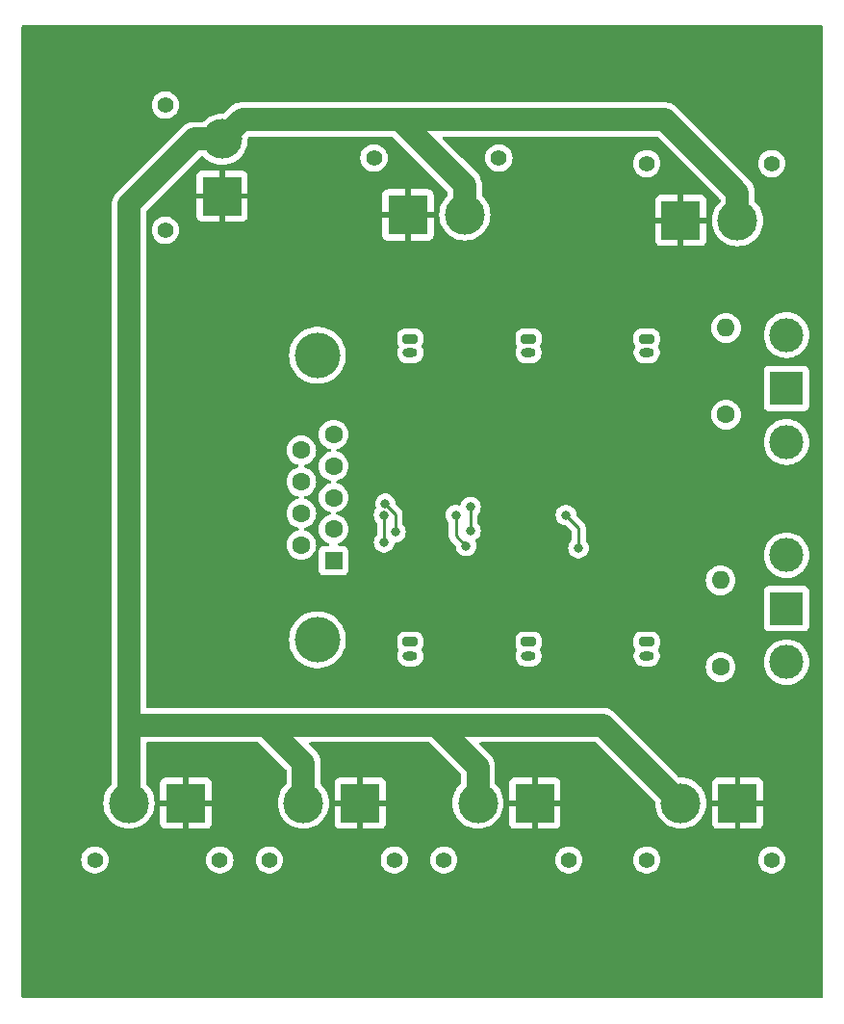
<source format=gbr>
%TF.GenerationSoftware,KiCad,Pcbnew,8.0.0*%
%TF.CreationDate,2024-03-05T11:34:16-05:00*%
%TF.ProjectId,TmotorsPCB,546d6f74-6f72-4735-9043-422e6b696361,rev?*%
%TF.SameCoordinates,Original*%
%TF.FileFunction,Copper,L2,Bot*%
%TF.FilePolarity,Positive*%
%FSLAX46Y46*%
G04 Gerber Fmt 4.6, Leading zero omitted, Abs format (unit mm)*
G04 Created by KiCad (PCBNEW 8.0.0) date 2024-03-05 11:34:16*
%MOMM*%
%LPD*%
G01*
G04 APERTURE LIST*
G04 Aperture macros list*
%AMRoundRect*
0 Rectangle with rounded corners*
0 $1 Rounding radius*
0 $2 $3 $4 $5 $6 $7 $8 $9 X,Y pos of 4 corners*
0 Add a 4 corners polygon primitive as box body*
4,1,4,$2,$3,$4,$5,$6,$7,$8,$9,$2,$3,0*
0 Add four circle primitives for the rounded corners*
1,1,$1+$1,$2,$3*
1,1,$1+$1,$4,$5*
1,1,$1+$1,$6,$7*
1,1,$1+$1,$8,$9*
0 Add four rect primitives between the rounded corners*
20,1,$1+$1,$2,$3,$4,$5,0*
20,1,$1+$1,$4,$5,$6,$7,0*
20,1,$1+$1,$6,$7,$8,$9,0*
20,1,$1+$1,$8,$9,$2,$3,0*%
G04 Aperture macros list end*
%TA.AperFunction,ComponentPad*%
%ADD10C,1.400000*%
%TD*%
%TA.AperFunction,ComponentPad*%
%ADD11R,3.500000X3.500000*%
%TD*%
%TA.AperFunction,ComponentPad*%
%ADD12C,3.500000*%
%TD*%
%TA.AperFunction,ComponentPad*%
%ADD13RoundRect,0.200000X-0.450000X0.200000X-0.450000X-0.200000X0.450000X-0.200000X0.450000X0.200000X0*%
%TD*%
%TA.AperFunction,ComponentPad*%
%ADD14O,1.300000X0.800000*%
%TD*%
%TA.AperFunction,ComponentPad*%
%ADD15C,3.000000*%
%TD*%
%TA.AperFunction,ComponentPad*%
%ADD16R,3.000000X3.000000*%
%TD*%
%TA.AperFunction,ComponentPad*%
%ADD17O,1.600000X1.600000*%
%TD*%
%TA.AperFunction,ComponentPad*%
%ADD18C,1.600000*%
%TD*%
%TA.AperFunction,ComponentPad*%
%ADD19R,1.600000X1.600000*%
%TD*%
%TA.AperFunction,ComponentPad*%
%ADD20C,4.000000*%
%TD*%
%TA.AperFunction,ViaPad*%
%ADD21C,0.800000*%
%TD*%
%TA.AperFunction,Conductor*%
%ADD22C,2.000000*%
%TD*%
%TA.AperFunction,Conductor*%
%ADD23C,0.250000*%
%TD*%
G04 APERTURE END LIST*
D10*
%TO.P,J13,*%
%TO.N,*%
X135000000Y-38150000D03*
X146000000Y-38150000D03*
D11*
%TO.P,J13,1,N*%
%TO.N,GND*%
X138000000Y-43150000D03*
D12*
%TO.P,J13,2,P*%
%TO.N,+24V*%
X143000000Y-43150000D03*
%TD*%
D10*
%TO.P,J12,*%
%TO.N,*%
X111000000Y-37650000D03*
X122000000Y-37650000D03*
D11*
%TO.P,J12,1,N*%
%TO.N,GND*%
X114000000Y-42650000D03*
D12*
%TO.P,J12,2,P*%
%TO.N,+24V*%
X119000000Y-42650000D03*
%TD*%
D10*
%TO.P,J11,*%
%TO.N,*%
X97450000Y-99350000D03*
X86450000Y-99350000D03*
D11*
%TO.P,J11,1,N*%
%TO.N,GND*%
X94450000Y-94350000D03*
D12*
%TO.P,J11,2,P*%
%TO.N,+24V*%
X89450000Y-94350000D03*
%TD*%
%TO.P,J10,2,P*%
%TO.N,+24V*%
X104800000Y-94350000D03*
D11*
%TO.P,J10,1,N*%
%TO.N,GND*%
X109800000Y-94350000D03*
D10*
%TO.P,J10,*%
%TO.N,*%
X101800000Y-99350000D03*
X112800000Y-99350000D03*
%TD*%
D12*
%TO.P,J9,2,P*%
%TO.N,+24V*%
X120150000Y-94350000D03*
D11*
%TO.P,J9,1,N*%
%TO.N,GND*%
X125150000Y-94350000D03*
D10*
%TO.P,J9,*%
%TO.N,*%
X117150000Y-99350000D03*
X128150000Y-99350000D03*
%TD*%
D12*
%TO.P,J8,2,P*%
%TO.N,+24V*%
X138000000Y-94350000D03*
D11*
%TO.P,J8,1,N*%
%TO.N,GND*%
X143000000Y-94350000D03*
D10*
%TO.P,J8,*%
%TO.N,*%
X135000000Y-99350000D03*
X146000000Y-99350000D03*
%TD*%
%TO.P,J7,*%
%TO.N,*%
X92650000Y-44000000D03*
X92650000Y-33000000D03*
D11*
%TO.P,J7,1,N*%
%TO.N,GND*%
X97650000Y-41000000D03*
D12*
%TO.P,J7,2,P*%
%TO.N,+24V*%
X97650000Y-36000000D03*
%TD*%
D13*
%TO.P,J4,1,Pin_1*%
%TO.N,CAN_H*%
X124599100Y-80190000D03*
D14*
%TO.P,J4,2,Pin_2*%
%TO.N,CAN_L*%
X124599100Y-81440000D03*
%TD*%
D13*
%TO.P,J6,1,Pin_1*%
%TO.N,CAN_H*%
X134996600Y-80190000D03*
D14*
%TO.P,J6,2,Pin_2*%
%TO.N,CAN_L*%
X134996600Y-81440000D03*
%TD*%
%TO.P,J5,2,Pin_2*%
%TO.N,CAN_L*%
X134996600Y-54790000D03*
D13*
%TO.P,J5,1,Pin_1*%
%TO.N,CAN_H*%
X134996600Y-53540000D03*
%TD*%
%TO.P,J3,1,Pin_1*%
%TO.N,CAN_H*%
X124599100Y-53540000D03*
D14*
%TO.P,J3,2,Pin_2*%
%TO.N,CAN_L*%
X124599100Y-54790000D03*
%TD*%
D13*
%TO.P,J2,1,Pin_1*%
%TO.N,CAN_H*%
X114201600Y-80190000D03*
D14*
%TO.P,J2,2,Pin_2*%
%TO.N,CAN_L*%
X114201600Y-81440000D03*
%TD*%
D15*
%TO.P,SW1,3,C*%
%TO.N,Net-(SW1A-C)*%
X147300000Y-72565000D03*
%TO.P,SW1,2,B*%
%TO.N,CAN_H*%
X147300000Y-81965000D03*
D16*
%TO.P,SW1,1,A*%
%TO.N,unconnected-(SW1A-A-Pad1)*%
X147300000Y-77265000D03*
%TD*%
D17*
%TO.P,R2,2*%
%TO.N,Net-(SW1A-C)*%
X141500000Y-74770000D03*
D18*
%TO.P,R2,1*%
%TO.N,CAN_L*%
X141500000Y-82390000D03*
%TD*%
%TO.P,X2,9*%
%TO.N,unconnected-(X2-Pad9)*%
X104615331Y-63345000D03*
%TO.P,X2,8*%
%TO.N,unconnected-(X2-Pad8)*%
X104615331Y-66115000D03*
%TO.P,X2,7*%
%TO.N,CAN_H*%
X104615331Y-68885000D03*
%TO.P,X2,6*%
%TO.N,unconnected-(X2-Pad6)*%
X104615331Y-71655000D03*
%TO.P,X2,5*%
%TO.N,unconnected-(X2-Pad5)*%
X107455331Y-61960000D03*
%TO.P,X2,4*%
%TO.N,unconnected-(X2-Pad4)*%
X107455331Y-64730000D03*
%TO.P,X2,3*%
%TO.N,unconnected-(X2-Pad3)*%
X107455331Y-67500000D03*
%TO.P,X2,2*%
%TO.N,CAN_L*%
X107455331Y-70270000D03*
D19*
%TO.P,X2,1*%
%TO.N,unconnected-(X2-Pad1)*%
X107455331Y-73040000D03*
D20*
%TO.P,X2,0*%
%TO.N,N/C*%
X106035331Y-80000000D03*
X106035331Y-55000000D03*
%TD*%
D16*
%TO.P,SW2,1,A*%
%TO.N,unconnected-(SW2A-A-Pad1)*%
X147300000Y-57925000D03*
D15*
%TO.P,SW2,2,B*%
%TO.N,CAN_H*%
X147300000Y-62625000D03*
%TO.P,SW2,3,C*%
%TO.N,Net-(SW2A-C)*%
X147300000Y-53225000D03*
%TD*%
D18*
%TO.P,R1,1*%
%TO.N,CAN_L*%
X141971600Y-60210000D03*
D17*
%TO.P,R1,2*%
%TO.N,Net-(SW2A-C)*%
X141971600Y-52590000D03*
%TD*%
D14*
%TO.P,J1,2,Pin_2*%
%TO.N,CAN_L*%
X114201600Y-54790000D03*
D13*
%TO.P,J1,1,Pin_1*%
%TO.N,CAN_H*%
X114201600Y-53540000D03*
%TD*%
D21*
%TO.N,CAN_H*%
X129000000Y-71940000D03*
X127900000Y-69040000D03*
X119100000Y-71740000D03*
X118200000Y-69040000D03*
%TO.N,CAN_L*%
X119500000Y-70440000D03*
X119500000Y-68340000D03*
X112900000Y-70540000D03*
X112000000Y-68040000D03*
%TO.N,CAN_H*%
X111900000Y-71440000D03*
X111900000Y-69040000D03*
%TD*%
D22*
%TO.N,+24V*%
X104800000Y-94350000D02*
X104800000Y-90800000D01*
X101500000Y-87500000D02*
X116500000Y-87500000D01*
X89450000Y-87500000D02*
X101500000Y-87500000D01*
X104800000Y-90800000D02*
X101500000Y-87500000D01*
X120150000Y-91150000D02*
X116500000Y-87500000D01*
X120150000Y-94350000D02*
X120150000Y-91150000D01*
X116500000Y-87500000D02*
X131150000Y-87500000D01*
X131150000Y-87500000D02*
X138000000Y-94350000D01*
X89450000Y-87500000D02*
X89450000Y-94350000D01*
X89450000Y-41725127D02*
X89450000Y-87500000D01*
X136574874Y-34250001D02*
X143000000Y-40675127D01*
X143000000Y-40675127D02*
X143000000Y-43150000D01*
X113250001Y-34250001D02*
X136574874Y-34250001D01*
X119000000Y-40000000D02*
X119000000Y-42650000D01*
X99399999Y-34250001D02*
X113250001Y-34250001D01*
X97650000Y-36000000D02*
X99399999Y-34250001D01*
X113250001Y-34250001D02*
X119000000Y-40000000D01*
X95175127Y-36000000D02*
X89450000Y-41725127D01*
X97650000Y-36000000D02*
X95175127Y-36000000D01*
D23*
%TO.N,CAN_H*%
X129000000Y-71940000D02*
X129000000Y-71840000D01*
X129000000Y-70140000D02*
X129000000Y-71940000D01*
X127900000Y-69040000D02*
X129000000Y-70140000D01*
X119100000Y-71740000D02*
X118800000Y-71440000D01*
X118200000Y-70840000D02*
X119100000Y-71740000D01*
X118200000Y-69040000D02*
X118200000Y-70840000D01*
%TO.N,CAN_L*%
X119500000Y-68340000D02*
X119500000Y-70440000D01*
X112900000Y-68940000D02*
X112900000Y-70440000D01*
X112000000Y-68040000D02*
X112900000Y-68940000D01*
%TO.N,CAN_H*%
X111700000Y-71440000D02*
X111800000Y-71340000D01*
X111900000Y-71440000D02*
X111700000Y-71440000D01*
X111900000Y-71240000D02*
X111900000Y-71440000D01*
X111900000Y-71240000D02*
X111900000Y-71240000D01*
X111900000Y-69040000D02*
X111900000Y-71240000D01*
%TD*%
%TA.AperFunction,Conductor*%
%TO.N,GND*%
G36*
X150443039Y-26019685D02*
G01*
X150488794Y-26072489D01*
X150500000Y-26124000D01*
X150500000Y-111376000D01*
X150480315Y-111443039D01*
X150427511Y-111488794D01*
X150376000Y-111500000D01*
X80124000Y-111500000D01*
X80056961Y-111480315D01*
X80011206Y-111427511D01*
X80000000Y-111376000D01*
X80000000Y-99350000D01*
X85244357Y-99350000D01*
X85264884Y-99571535D01*
X85264885Y-99571537D01*
X85325769Y-99785523D01*
X85325775Y-99785538D01*
X85424938Y-99984683D01*
X85424943Y-99984691D01*
X85559020Y-100162238D01*
X85723437Y-100312123D01*
X85723439Y-100312125D01*
X85912595Y-100429245D01*
X85912596Y-100429245D01*
X85912599Y-100429247D01*
X86120060Y-100509618D01*
X86338757Y-100550500D01*
X86338759Y-100550500D01*
X86561241Y-100550500D01*
X86561243Y-100550500D01*
X86779940Y-100509618D01*
X86987401Y-100429247D01*
X87176562Y-100312124D01*
X87340981Y-100162236D01*
X87475058Y-99984689D01*
X87574229Y-99785528D01*
X87635115Y-99571536D01*
X87655643Y-99350000D01*
X96244357Y-99350000D01*
X96264884Y-99571535D01*
X96264885Y-99571537D01*
X96325769Y-99785523D01*
X96325775Y-99785538D01*
X96424938Y-99984683D01*
X96424943Y-99984691D01*
X96559020Y-100162238D01*
X96723437Y-100312123D01*
X96723439Y-100312125D01*
X96912595Y-100429245D01*
X96912596Y-100429245D01*
X96912599Y-100429247D01*
X97120060Y-100509618D01*
X97338757Y-100550500D01*
X97338759Y-100550500D01*
X97561241Y-100550500D01*
X97561243Y-100550500D01*
X97779940Y-100509618D01*
X97987401Y-100429247D01*
X98176562Y-100312124D01*
X98340981Y-100162236D01*
X98475058Y-99984689D01*
X98574229Y-99785528D01*
X98635115Y-99571536D01*
X98655643Y-99350000D01*
X100594357Y-99350000D01*
X100614884Y-99571535D01*
X100614885Y-99571537D01*
X100675769Y-99785523D01*
X100675775Y-99785538D01*
X100774938Y-99984683D01*
X100774943Y-99984691D01*
X100909020Y-100162238D01*
X101073437Y-100312123D01*
X101073439Y-100312125D01*
X101262595Y-100429245D01*
X101262596Y-100429245D01*
X101262599Y-100429247D01*
X101470060Y-100509618D01*
X101688757Y-100550500D01*
X101688759Y-100550500D01*
X101911241Y-100550500D01*
X101911243Y-100550500D01*
X102129940Y-100509618D01*
X102337401Y-100429247D01*
X102526562Y-100312124D01*
X102690981Y-100162236D01*
X102825058Y-99984689D01*
X102924229Y-99785528D01*
X102985115Y-99571536D01*
X103005643Y-99350000D01*
X111594357Y-99350000D01*
X111614884Y-99571535D01*
X111614885Y-99571537D01*
X111675769Y-99785523D01*
X111675775Y-99785538D01*
X111774938Y-99984683D01*
X111774943Y-99984691D01*
X111909020Y-100162238D01*
X112073437Y-100312123D01*
X112073439Y-100312125D01*
X112262595Y-100429245D01*
X112262596Y-100429245D01*
X112262599Y-100429247D01*
X112470060Y-100509618D01*
X112688757Y-100550500D01*
X112688759Y-100550500D01*
X112911241Y-100550500D01*
X112911243Y-100550500D01*
X113129940Y-100509618D01*
X113337401Y-100429247D01*
X113526562Y-100312124D01*
X113690981Y-100162236D01*
X113825058Y-99984689D01*
X113924229Y-99785528D01*
X113985115Y-99571536D01*
X114005643Y-99350000D01*
X115944357Y-99350000D01*
X115964884Y-99571535D01*
X115964885Y-99571537D01*
X116025769Y-99785523D01*
X116025775Y-99785538D01*
X116124938Y-99984683D01*
X116124943Y-99984691D01*
X116259020Y-100162238D01*
X116423437Y-100312123D01*
X116423439Y-100312125D01*
X116612595Y-100429245D01*
X116612596Y-100429245D01*
X116612599Y-100429247D01*
X116820060Y-100509618D01*
X117038757Y-100550500D01*
X117038759Y-100550500D01*
X117261241Y-100550500D01*
X117261243Y-100550500D01*
X117479940Y-100509618D01*
X117687401Y-100429247D01*
X117876562Y-100312124D01*
X118040981Y-100162236D01*
X118175058Y-99984689D01*
X118274229Y-99785528D01*
X118335115Y-99571536D01*
X118355643Y-99350000D01*
X126944357Y-99350000D01*
X126964884Y-99571535D01*
X126964885Y-99571537D01*
X127025769Y-99785523D01*
X127025775Y-99785538D01*
X127124938Y-99984683D01*
X127124943Y-99984691D01*
X127259020Y-100162238D01*
X127423437Y-100312123D01*
X127423439Y-100312125D01*
X127612595Y-100429245D01*
X127612596Y-100429245D01*
X127612599Y-100429247D01*
X127820060Y-100509618D01*
X128038757Y-100550500D01*
X128038759Y-100550500D01*
X128261241Y-100550500D01*
X128261243Y-100550500D01*
X128479940Y-100509618D01*
X128687401Y-100429247D01*
X128876562Y-100312124D01*
X129040981Y-100162236D01*
X129175058Y-99984689D01*
X129274229Y-99785528D01*
X129335115Y-99571536D01*
X129355643Y-99350000D01*
X133794357Y-99350000D01*
X133814884Y-99571535D01*
X133814885Y-99571537D01*
X133875769Y-99785523D01*
X133875775Y-99785538D01*
X133974938Y-99984683D01*
X133974943Y-99984691D01*
X134109020Y-100162238D01*
X134273437Y-100312123D01*
X134273439Y-100312125D01*
X134462595Y-100429245D01*
X134462596Y-100429245D01*
X134462599Y-100429247D01*
X134670060Y-100509618D01*
X134888757Y-100550500D01*
X134888759Y-100550500D01*
X135111241Y-100550500D01*
X135111243Y-100550500D01*
X135329940Y-100509618D01*
X135537401Y-100429247D01*
X135726562Y-100312124D01*
X135890981Y-100162236D01*
X136025058Y-99984689D01*
X136124229Y-99785528D01*
X136185115Y-99571536D01*
X136205643Y-99350000D01*
X144794357Y-99350000D01*
X144814884Y-99571535D01*
X144814885Y-99571537D01*
X144875769Y-99785523D01*
X144875775Y-99785538D01*
X144974938Y-99984683D01*
X144974943Y-99984691D01*
X145109020Y-100162238D01*
X145273437Y-100312123D01*
X145273439Y-100312125D01*
X145462595Y-100429245D01*
X145462596Y-100429245D01*
X145462599Y-100429247D01*
X145670060Y-100509618D01*
X145888757Y-100550500D01*
X145888759Y-100550500D01*
X146111241Y-100550500D01*
X146111243Y-100550500D01*
X146329940Y-100509618D01*
X146537401Y-100429247D01*
X146726562Y-100312124D01*
X146890981Y-100162236D01*
X147025058Y-99984689D01*
X147124229Y-99785528D01*
X147185115Y-99571536D01*
X147205643Y-99350000D01*
X147185115Y-99128464D01*
X147124229Y-98914472D01*
X147124224Y-98914461D01*
X147025061Y-98715316D01*
X147025056Y-98715308D01*
X146890979Y-98537761D01*
X146726562Y-98387876D01*
X146726560Y-98387874D01*
X146537404Y-98270754D01*
X146537398Y-98270752D01*
X146329940Y-98190382D01*
X146111243Y-98149500D01*
X145888757Y-98149500D01*
X145670060Y-98190382D01*
X145538864Y-98241207D01*
X145462601Y-98270752D01*
X145462595Y-98270754D01*
X145273439Y-98387874D01*
X145273437Y-98387876D01*
X145109020Y-98537761D01*
X144974943Y-98715308D01*
X144974938Y-98715316D01*
X144875775Y-98914461D01*
X144875769Y-98914476D01*
X144814885Y-99128462D01*
X144814884Y-99128464D01*
X144794357Y-99349999D01*
X144794357Y-99350000D01*
X136205643Y-99350000D01*
X136185115Y-99128464D01*
X136124229Y-98914472D01*
X136124224Y-98914461D01*
X136025061Y-98715316D01*
X136025056Y-98715308D01*
X135890979Y-98537761D01*
X135726562Y-98387876D01*
X135726560Y-98387874D01*
X135537404Y-98270754D01*
X135537398Y-98270752D01*
X135329940Y-98190382D01*
X135111243Y-98149500D01*
X134888757Y-98149500D01*
X134670060Y-98190382D01*
X134538864Y-98241207D01*
X134462601Y-98270752D01*
X134462595Y-98270754D01*
X134273439Y-98387874D01*
X134273437Y-98387876D01*
X134109020Y-98537761D01*
X133974943Y-98715308D01*
X133974938Y-98715316D01*
X133875775Y-98914461D01*
X133875769Y-98914476D01*
X133814885Y-99128462D01*
X133814884Y-99128464D01*
X133794357Y-99349999D01*
X133794357Y-99350000D01*
X129355643Y-99350000D01*
X129335115Y-99128464D01*
X129274229Y-98914472D01*
X129274224Y-98914461D01*
X129175061Y-98715316D01*
X129175056Y-98715308D01*
X129040979Y-98537761D01*
X128876562Y-98387876D01*
X128876560Y-98387874D01*
X128687404Y-98270754D01*
X128687398Y-98270752D01*
X128479940Y-98190382D01*
X128261243Y-98149500D01*
X128038757Y-98149500D01*
X127820060Y-98190382D01*
X127688864Y-98241207D01*
X127612601Y-98270752D01*
X127612595Y-98270754D01*
X127423439Y-98387874D01*
X127423437Y-98387876D01*
X127259020Y-98537761D01*
X127124943Y-98715308D01*
X127124938Y-98715316D01*
X127025775Y-98914461D01*
X127025769Y-98914476D01*
X126964885Y-99128462D01*
X126964884Y-99128464D01*
X126944357Y-99349999D01*
X126944357Y-99350000D01*
X118355643Y-99350000D01*
X118335115Y-99128464D01*
X118274229Y-98914472D01*
X118274224Y-98914461D01*
X118175061Y-98715316D01*
X118175056Y-98715308D01*
X118040979Y-98537761D01*
X117876562Y-98387876D01*
X117876560Y-98387874D01*
X117687404Y-98270754D01*
X117687398Y-98270752D01*
X117479940Y-98190382D01*
X117261243Y-98149500D01*
X117038757Y-98149500D01*
X116820060Y-98190382D01*
X116688864Y-98241207D01*
X116612601Y-98270752D01*
X116612595Y-98270754D01*
X116423439Y-98387874D01*
X116423437Y-98387876D01*
X116259020Y-98537761D01*
X116124943Y-98715308D01*
X116124938Y-98715316D01*
X116025775Y-98914461D01*
X116025769Y-98914476D01*
X115964885Y-99128462D01*
X115964884Y-99128464D01*
X115944357Y-99349999D01*
X115944357Y-99350000D01*
X114005643Y-99350000D01*
X113985115Y-99128464D01*
X113924229Y-98914472D01*
X113924224Y-98914461D01*
X113825061Y-98715316D01*
X113825056Y-98715308D01*
X113690979Y-98537761D01*
X113526562Y-98387876D01*
X113526560Y-98387874D01*
X113337404Y-98270754D01*
X113337398Y-98270752D01*
X113129940Y-98190382D01*
X112911243Y-98149500D01*
X112688757Y-98149500D01*
X112470060Y-98190382D01*
X112338864Y-98241207D01*
X112262601Y-98270752D01*
X112262595Y-98270754D01*
X112073439Y-98387874D01*
X112073437Y-98387876D01*
X111909020Y-98537761D01*
X111774943Y-98715308D01*
X111774938Y-98715316D01*
X111675775Y-98914461D01*
X111675769Y-98914476D01*
X111614885Y-99128462D01*
X111614884Y-99128464D01*
X111594357Y-99349999D01*
X111594357Y-99350000D01*
X103005643Y-99350000D01*
X102985115Y-99128464D01*
X102924229Y-98914472D01*
X102924224Y-98914461D01*
X102825061Y-98715316D01*
X102825056Y-98715308D01*
X102690979Y-98537761D01*
X102526562Y-98387876D01*
X102526560Y-98387874D01*
X102337404Y-98270754D01*
X102337398Y-98270752D01*
X102129940Y-98190382D01*
X101911243Y-98149500D01*
X101688757Y-98149500D01*
X101470060Y-98190382D01*
X101338864Y-98241207D01*
X101262601Y-98270752D01*
X101262595Y-98270754D01*
X101073439Y-98387874D01*
X101073437Y-98387876D01*
X100909020Y-98537761D01*
X100774943Y-98715308D01*
X100774938Y-98715316D01*
X100675775Y-98914461D01*
X100675769Y-98914476D01*
X100614885Y-99128462D01*
X100614884Y-99128464D01*
X100594357Y-99349999D01*
X100594357Y-99350000D01*
X98655643Y-99350000D01*
X98635115Y-99128464D01*
X98574229Y-98914472D01*
X98574224Y-98914461D01*
X98475061Y-98715316D01*
X98475056Y-98715308D01*
X98340979Y-98537761D01*
X98176562Y-98387876D01*
X98176560Y-98387874D01*
X97987404Y-98270754D01*
X97987398Y-98270752D01*
X97779940Y-98190382D01*
X97561243Y-98149500D01*
X97338757Y-98149500D01*
X97120060Y-98190382D01*
X96988864Y-98241207D01*
X96912601Y-98270752D01*
X96912595Y-98270754D01*
X96723439Y-98387874D01*
X96723437Y-98387876D01*
X96559020Y-98537761D01*
X96424943Y-98715308D01*
X96424938Y-98715316D01*
X96325775Y-98914461D01*
X96325769Y-98914476D01*
X96264885Y-99128462D01*
X96264884Y-99128464D01*
X96244357Y-99349999D01*
X96244357Y-99350000D01*
X87655643Y-99350000D01*
X87635115Y-99128464D01*
X87574229Y-98914472D01*
X87574224Y-98914461D01*
X87475061Y-98715316D01*
X87475056Y-98715308D01*
X87340979Y-98537761D01*
X87176562Y-98387876D01*
X87176560Y-98387874D01*
X86987404Y-98270754D01*
X86987398Y-98270752D01*
X86779940Y-98190382D01*
X86561243Y-98149500D01*
X86338757Y-98149500D01*
X86120060Y-98190382D01*
X85988864Y-98241207D01*
X85912601Y-98270752D01*
X85912595Y-98270754D01*
X85723439Y-98387874D01*
X85723437Y-98387876D01*
X85559020Y-98537761D01*
X85424943Y-98715308D01*
X85424938Y-98715316D01*
X85325775Y-98914461D01*
X85325769Y-98914476D01*
X85264885Y-99128462D01*
X85264884Y-99128464D01*
X85244357Y-99349999D01*
X85244357Y-99350000D01*
X80000000Y-99350000D01*
X80000000Y-94350007D01*
X87194671Y-94350007D01*
X87213964Y-94644363D01*
X87213965Y-94644373D01*
X87213966Y-94644380D01*
X87213968Y-94644390D01*
X87271518Y-94933716D01*
X87271521Y-94933730D01*
X87366349Y-95213080D01*
X87496825Y-95477660D01*
X87496829Y-95477667D01*
X87660725Y-95722955D01*
X87855241Y-95944758D01*
X88077044Y-96139274D01*
X88322332Y-96303170D01*
X88322335Y-96303172D01*
X88586923Y-96433652D01*
X88866278Y-96528481D01*
X89155620Y-96586034D01*
X89183888Y-96587886D01*
X89449993Y-96605329D01*
X89450000Y-96605329D01*
X89450007Y-96605329D01*
X89685675Y-96589881D01*
X89744380Y-96586034D01*
X90033722Y-96528481D01*
X90313077Y-96433652D01*
X90577665Y-96303172D01*
X90810130Y-96147844D01*
X92200000Y-96147844D01*
X92206401Y-96207372D01*
X92206403Y-96207379D01*
X92256645Y-96342086D01*
X92256649Y-96342093D01*
X92342809Y-96457187D01*
X92342812Y-96457190D01*
X92457906Y-96543350D01*
X92457913Y-96543354D01*
X92592620Y-96593596D01*
X92592627Y-96593598D01*
X92652155Y-96599999D01*
X92652172Y-96600000D01*
X94200000Y-96600000D01*
X94200000Y-95268883D01*
X94356433Y-95300000D01*
X94543567Y-95300000D01*
X94700000Y-95268883D01*
X94700000Y-96600000D01*
X96247828Y-96600000D01*
X96247844Y-96599999D01*
X96307372Y-96593598D01*
X96307379Y-96593596D01*
X96442086Y-96543354D01*
X96442093Y-96543350D01*
X96557187Y-96457190D01*
X96557190Y-96457187D01*
X96643350Y-96342093D01*
X96643354Y-96342086D01*
X96693596Y-96207379D01*
X96693598Y-96207372D01*
X96699999Y-96147844D01*
X96700000Y-96147827D01*
X96700000Y-94600000D01*
X95368884Y-94600000D01*
X95400000Y-94443567D01*
X95400000Y-94256433D01*
X95368884Y-94100000D01*
X96700000Y-94100000D01*
X96700000Y-92552172D01*
X96699999Y-92552155D01*
X96693598Y-92492627D01*
X96693596Y-92492620D01*
X96643354Y-92357913D01*
X96643350Y-92357906D01*
X96557190Y-92242812D01*
X96557187Y-92242809D01*
X96442093Y-92156649D01*
X96442086Y-92156645D01*
X96307379Y-92106403D01*
X96307372Y-92106401D01*
X96247844Y-92100000D01*
X94700000Y-92100000D01*
X94700000Y-93431116D01*
X94543567Y-93400000D01*
X94356433Y-93400000D01*
X94200000Y-93431116D01*
X94200000Y-92100000D01*
X92652155Y-92100000D01*
X92592627Y-92106401D01*
X92592620Y-92106403D01*
X92457913Y-92156645D01*
X92457906Y-92156649D01*
X92342812Y-92242809D01*
X92342809Y-92242812D01*
X92256649Y-92357906D01*
X92256645Y-92357913D01*
X92206403Y-92492620D01*
X92206401Y-92492627D01*
X92200000Y-92552155D01*
X92200000Y-94100000D01*
X93531116Y-94100000D01*
X93500000Y-94256433D01*
X93500000Y-94443567D01*
X93531116Y-94600000D01*
X92200000Y-94600000D01*
X92200000Y-96147844D01*
X90810130Y-96147844D01*
X90822957Y-96139273D01*
X91044758Y-95944758D01*
X91239273Y-95722957D01*
X91403172Y-95477665D01*
X91533652Y-95213077D01*
X91628481Y-94933722D01*
X91686034Y-94644380D01*
X91699196Y-94443567D01*
X91705329Y-94350007D01*
X91705329Y-94349992D01*
X91686035Y-94055636D01*
X91686034Y-94055620D01*
X91628481Y-93766278D01*
X91533652Y-93486923D01*
X91403172Y-93222336D01*
X91239273Y-92977043D01*
X91044764Y-92755249D01*
X91044763Y-92755247D01*
X91044760Y-92755244D01*
X91044758Y-92755242D01*
X90992739Y-92709622D01*
X90955316Y-92650619D01*
X90950500Y-92616395D01*
X90950500Y-89124500D01*
X90970185Y-89057461D01*
X91022989Y-89011706D01*
X91074500Y-89000500D01*
X100827111Y-89000500D01*
X100894150Y-89020185D01*
X100914792Y-89036819D01*
X103263181Y-91385208D01*
X103296666Y-91446531D01*
X103299500Y-91472889D01*
X103299500Y-92616395D01*
X103279815Y-92683434D01*
X103257261Y-92709622D01*
X103205236Y-92755247D01*
X103205234Y-92755250D01*
X103010728Y-92977041D01*
X102846828Y-93222334D01*
X102716349Y-93486919D01*
X102621521Y-93766269D01*
X102621518Y-93766283D01*
X102563968Y-94055609D01*
X102563964Y-94055636D01*
X102544671Y-94349992D01*
X102544671Y-94350007D01*
X102563964Y-94644363D01*
X102563965Y-94644373D01*
X102563966Y-94644380D01*
X102563968Y-94644390D01*
X102621518Y-94933716D01*
X102621521Y-94933730D01*
X102716349Y-95213080D01*
X102846825Y-95477660D01*
X102846829Y-95477667D01*
X103010725Y-95722955D01*
X103205241Y-95944758D01*
X103427044Y-96139274D01*
X103672332Y-96303170D01*
X103672335Y-96303172D01*
X103936923Y-96433652D01*
X104216278Y-96528481D01*
X104505620Y-96586034D01*
X104533888Y-96587886D01*
X104799993Y-96605329D01*
X104800000Y-96605329D01*
X104800007Y-96605329D01*
X105035675Y-96589881D01*
X105094380Y-96586034D01*
X105383722Y-96528481D01*
X105663077Y-96433652D01*
X105927665Y-96303172D01*
X106160130Y-96147844D01*
X107550000Y-96147844D01*
X107556401Y-96207372D01*
X107556403Y-96207379D01*
X107606645Y-96342086D01*
X107606649Y-96342093D01*
X107692809Y-96457187D01*
X107692812Y-96457190D01*
X107807906Y-96543350D01*
X107807913Y-96543354D01*
X107942620Y-96593596D01*
X107942627Y-96593598D01*
X108002155Y-96599999D01*
X108002172Y-96600000D01*
X109550000Y-96600000D01*
X109550000Y-95268883D01*
X109706433Y-95300000D01*
X109893567Y-95300000D01*
X110050000Y-95268883D01*
X110050000Y-96600000D01*
X111597828Y-96600000D01*
X111597844Y-96599999D01*
X111657372Y-96593598D01*
X111657379Y-96593596D01*
X111792086Y-96543354D01*
X111792093Y-96543350D01*
X111907187Y-96457190D01*
X111907190Y-96457187D01*
X111993350Y-96342093D01*
X111993354Y-96342086D01*
X112043596Y-96207379D01*
X112043598Y-96207372D01*
X112049999Y-96147844D01*
X112050000Y-96147827D01*
X112050000Y-94600000D01*
X110718884Y-94600000D01*
X110750000Y-94443567D01*
X110750000Y-94256433D01*
X110718884Y-94100000D01*
X112050000Y-94100000D01*
X112050000Y-92552172D01*
X112049999Y-92552155D01*
X112043598Y-92492627D01*
X112043596Y-92492620D01*
X111993354Y-92357913D01*
X111993350Y-92357906D01*
X111907190Y-92242812D01*
X111907187Y-92242809D01*
X111792093Y-92156649D01*
X111792086Y-92156645D01*
X111657379Y-92106403D01*
X111657372Y-92106401D01*
X111597844Y-92100000D01*
X110050000Y-92100000D01*
X110050000Y-93431116D01*
X109893567Y-93400000D01*
X109706433Y-93400000D01*
X109550000Y-93431116D01*
X109550000Y-92100000D01*
X108002155Y-92100000D01*
X107942627Y-92106401D01*
X107942620Y-92106403D01*
X107807913Y-92156645D01*
X107807906Y-92156649D01*
X107692812Y-92242809D01*
X107692809Y-92242812D01*
X107606649Y-92357906D01*
X107606645Y-92357913D01*
X107556403Y-92492620D01*
X107556401Y-92492627D01*
X107550000Y-92552155D01*
X107550000Y-94100000D01*
X108881116Y-94100000D01*
X108850000Y-94256433D01*
X108850000Y-94443567D01*
X108881116Y-94600000D01*
X107550000Y-94600000D01*
X107550000Y-96147844D01*
X106160130Y-96147844D01*
X106172957Y-96139273D01*
X106394758Y-95944758D01*
X106589273Y-95722957D01*
X106753172Y-95477665D01*
X106883652Y-95213077D01*
X106978481Y-94933722D01*
X107036034Y-94644380D01*
X107049196Y-94443567D01*
X107055329Y-94350007D01*
X107055329Y-94349992D01*
X107036035Y-94055636D01*
X107036034Y-94055620D01*
X106978481Y-93766278D01*
X106883652Y-93486923D01*
X106753172Y-93222336D01*
X106589273Y-92977043D01*
X106394764Y-92755249D01*
X106394763Y-92755247D01*
X106394760Y-92755244D01*
X106394758Y-92755242D01*
X106342739Y-92709622D01*
X106305316Y-92650619D01*
X106300500Y-92616395D01*
X106300500Y-90681902D01*
X106263553Y-90448631D01*
X106190566Y-90224003D01*
X106083341Y-90013564D01*
X106077469Y-90005482D01*
X106077469Y-90005481D01*
X105944520Y-89822493D01*
X105944515Y-89822487D01*
X105334209Y-89212181D01*
X105300724Y-89150858D01*
X105305708Y-89081166D01*
X105347580Y-89025233D01*
X105413044Y-89000816D01*
X105421890Y-89000500D01*
X115827111Y-89000500D01*
X115894150Y-89020185D01*
X115914792Y-89036819D01*
X118613181Y-91735208D01*
X118646666Y-91796531D01*
X118649500Y-91822889D01*
X118649500Y-92616395D01*
X118629815Y-92683434D01*
X118607261Y-92709622D01*
X118555236Y-92755247D01*
X118555234Y-92755250D01*
X118360728Y-92977041D01*
X118196828Y-93222334D01*
X118066349Y-93486919D01*
X117971521Y-93766269D01*
X117971518Y-93766283D01*
X117913968Y-94055609D01*
X117913964Y-94055636D01*
X117894671Y-94349992D01*
X117894671Y-94350007D01*
X117913964Y-94644363D01*
X117913965Y-94644373D01*
X117913966Y-94644380D01*
X117913968Y-94644390D01*
X117971518Y-94933716D01*
X117971521Y-94933730D01*
X118066349Y-95213080D01*
X118196825Y-95477660D01*
X118196829Y-95477667D01*
X118360725Y-95722955D01*
X118555241Y-95944758D01*
X118777044Y-96139274D01*
X119022332Y-96303170D01*
X119022335Y-96303172D01*
X119286923Y-96433652D01*
X119566278Y-96528481D01*
X119855620Y-96586034D01*
X119883888Y-96587886D01*
X120149993Y-96605329D01*
X120150000Y-96605329D01*
X120150007Y-96605329D01*
X120385675Y-96589881D01*
X120444380Y-96586034D01*
X120733722Y-96528481D01*
X121013077Y-96433652D01*
X121277665Y-96303172D01*
X121510130Y-96147844D01*
X122900000Y-96147844D01*
X122906401Y-96207372D01*
X122906403Y-96207379D01*
X122956645Y-96342086D01*
X122956649Y-96342093D01*
X123042809Y-96457187D01*
X123042812Y-96457190D01*
X123157906Y-96543350D01*
X123157913Y-96543354D01*
X123292620Y-96593596D01*
X123292627Y-96593598D01*
X123352155Y-96599999D01*
X123352172Y-96600000D01*
X124900000Y-96600000D01*
X124900000Y-95268883D01*
X125056433Y-95300000D01*
X125243567Y-95300000D01*
X125400000Y-95268883D01*
X125400000Y-96600000D01*
X126947828Y-96600000D01*
X126947844Y-96599999D01*
X127007372Y-96593598D01*
X127007379Y-96593596D01*
X127142086Y-96543354D01*
X127142093Y-96543350D01*
X127257187Y-96457190D01*
X127257190Y-96457187D01*
X127343350Y-96342093D01*
X127343354Y-96342086D01*
X127393596Y-96207379D01*
X127393598Y-96207372D01*
X127399999Y-96147844D01*
X127400000Y-96147827D01*
X127400000Y-94600000D01*
X126068884Y-94600000D01*
X126100000Y-94443567D01*
X126100000Y-94256433D01*
X126068884Y-94100000D01*
X127400000Y-94100000D01*
X127400000Y-92552172D01*
X127399999Y-92552155D01*
X127393598Y-92492627D01*
X127393596Y-92492620D01*
X127343354Y-92357913D01*
X127343350Y-92357906D01*
X127257190Y-92242812D01*
X127257187Y-92242809D01*
X127142093Y-92156649D01*
X127142086Y-92156645D01*
X127007379Y-92106403D01*
X127007372Y-92106401D01*
X126947844Y-92100000D01*
X125400000Y-92100000D01*
X125400000Y-93431116D01*
X125243567Y-93400000D01*
X125056433Y-93400000D01*
X124900000Y-93431116D01*
X124900000Y-92100000D01*
X123352155Y-92100000D01*
X123292627Y-92106401D01*
X123292620Y-92106403D01*
X123157913Y-92156645D01*
X123157906Y-92156649D01*
X123042812Y-92242809D01*
X123042809Y-92242812D01*
X122956649Y-92357906D01*
X122956645Y-92357913D01*
X122906403Y-92492620D01*
X122906401Y-92492627D01*
X122900000Y-92552155D01*
X122900000Y-94100000D01*
X124231116Y-94100000D01*
X124200000Y-94256433D01*
X124200000Y-94443567D01*
X124231116Y-94600000D01*
X122900000Y-94600000D01*
X122900000Y-96147844D01*
X121510130Y-96147844D01*
X121522957Y-96139273D01*
X121744758Y-95944758D01*
X121939273Y-95722957D01*
X122103172Y-95477665D01*
X122233652Y-95213077D01*
X122328481Y-94933722D01*
X122386034Y-94644380D01*
X122399196Y-94443567D01*
X122405329Y-94350007D01*
X122405329Y-94349992D01*
X122386035Y-94055636D01*
X122386034Y-94055620D01*
X122328481Y-93766278D01*
X122233652Y-93486923D01*
X122103172Y-93222336D01*
X121939273Y-92977043D01*
X121744764Y-92755249D01*
X121744763Y-92755247D01*
X121744760Y-92755244D01*
X121744758Y-92755242D01*
X121692739Y-92709622D01*
X121655316Y-92650619D01*
X121650500Y-92616395D01*
X121650500Y-91031902D01*
X121613553Y-90798631D01*
X121540566Y-90574003D01*
X121501666Y-90497659D01*
X121433343Y-90363567D01*
X121331948Y-90224008D01*
X121294523Y-90172496D01*
X121294519Y-90172491D01*
X120334209Y-89212181D01*
X120300724Y-89150858D01*
X120305708Y-89081166D01*
X120347580Y-89025233D01*
X120413044Y-89000816D01*
X120421890Y-89000500D01*
X130477111Y-89000500D01*
X130544150Y-89020185D01*
X130564792Y-89036819D01*
X135713141Y-94185168D01*
X135746626Y-94246491D01*
X135749195Y-94280956D01*
X135744671Y-94350003D01*
X135744671Y-94350008D01*
X135763964Y-94644363D01*
X135763965Y-94644373D01*
X135763966Y-94644380D01*
X135763968Y-94644390D01*
X135821518Y-94933716D01*
X135821521Y-94933730D01*
X135916349Y-95213080D01*
X136046825Y-95477660D01*
X136046829Y-95477667D01*
X136210725Y-95722955D01*
X136405241Y-95944758D01*
X136627044Y-96139274D01*
X136872332Y-96303170D01*
X136872335Y-96303172D01*
X137136923Y-96433652D01*
X137416278Y-96528481D01*
X137705620Y-96586034D01*
X137733888Y-96587886D01*
X137999993Y-96605329D01*
X138000000Y-96605329D01*
X138000007Y-96605329D01*
X138235675Y-96589881D01*
X138294380Y-96586034D01*
X138583722Y-96528481D01*
X138863077Y-96433652D01*
X139127665Y-96303172D01*
X139360130Y-96147844D01*
X140750000Y-96147844D01*
X140756401Y-96207372D01*
X140756403Y-96207379D01*
X140806645Y-96342086D01*
X140806649Y-96342093D01*
X140892809Y-96457187D01*
X140892812Y-96457190D01*
X141007906Y-96543350D01*
X141007913Y-96543354D01*
X141142620Y-96593596D01*
X141142627Y-96593598D01*
X141202155Y-96599999D01*
X141202172Y-96600000D01*
X142750000Y-96600000D01*
X142750000Y-95268883D01*
X142906433Y-95300000D01*
X143093567Y-95300000D01*
X143250000Y-95268883D01*
X143250000Y-96600000D01*
X144797828Y-96600000D01*
X144797844Y-96599999D01*
X144857372Y-96593598D01*
X144857379Y-96593596D01*
X144992086Y-96543354D01*
X144992093Y-96543350D01*
X145107187Y-96457190D01*
X145107190Y-96457187D01*
X145193350Y-96342093D01*
X145193354Y-96342086D01*
X145243596Y-96207379D01*
X145243598Y-96207372D01*
X145249999Y-96147844D01*
X145250000Y-96147827D01*
X145250000Y-94600000D01*
X143918884Y-94600000D01*
X143950000Y-94443567D01*
X143950000Y-94256433D01*
X143918884Y-94100000D01*
X145250000Y-94100000D01*
X145250000Y-92552172D01*
X145249999Y-92552155D01*
X145243598Y-92492627D01*
X145243596Y-92492620D01*
X145193354Y-92357913D01*
X145193350Y-92357906D01*
X145107190Y-92242812D01*
X145107187Y-92242809D01*
X144992093Y-92156649D01*
X144992086Y-92156645D01*
X144857379Y-92106403D01*
X144857372Y-92106401D01*
X144797844Y-92100000D01*
X143250000Y-92100000D01*
X143250000Y-93431116D01*
X143093567Y-93400000D01*
X142906433Y-93400000D01*
X142750000Y-93431116D01*
X142750000Y-92100000D01*
X141202155Y-92100000D01*
X141142627Y-92106401D01*
X141142620Y-92106403D01*
X141007913Y-92156645D01*
X141007906Y-92156649D01*
X140892812Y-92242809D01*
X140892809Y-92242812D01*
X140806649Y-92357906D01*
X140806645Y-92357913D01*
X140756403Y-92492620D01*
X140756401Y-92492627D01*
X140750000Y-92552155D01*
X140750000Y-94100000D01*
X142081116Y-94100000D01*
X142050000Y-94256433D01*
X142050000Y-94443567D01*
X142081116Y-94600000D01*
X140750000Y-94600000D01*
X140750000Y-96147844D01*
X139360130Y-96147844D01*
X139372957Y-96139273D01*
X139594758Y-95944758D01*
X139789273Y-95722957D01*
X139953172Y-95477665D01*
X140083652Y-95213077D01*
X140178481Y-94933722D01*
X140236034Y-94644380D01*
X140249196Y-94443567D01*
X140255329Y-94350007D01*
X140255329Y-94349992D01*
X140236035Y-94055636D01*
X140236034Y-94055620D01*
X140178481Y-93766278D01*
X140083652Y-93486923D01*
X139953172Y-93222336D01*
X139789273Y-92977043D01*
X139746655Y-92928447D01*
X139594758Y-92755241D01*
X139372955Y-92560725D01*
X139127667Y-92396829D01*
X139127660Y-92396825D01*
X138863080Y-92266349D01*
X138583730Y-92171521D01*
X138583724Y-92171519D01*
X138583722Y-92171519D01*
X138294380Y-92113966D01*
X138294373Y-92113965D01*
X138294363Y-92113964D01*
X138000008Y-92094671D01*
X138000003Y-92094671D01*
X138000001Y-92094671D01*
X138000000Y-92094671D01*
X137988709Y-92095410D01*
X137930956Y-92099195D01*
X137862773Y-92083935D01*
X137835168Y-92063141D01*
X132127511Y-86355484D01*
X131936434Y-86216657D01*
X131725996Y-86109433D01*
X131501368Y-86036446D01*
X131268097Y-85999500D01*
X131268092Y-85999500D01*
X116618092Y-85999500D01*
X101618092Y-85999500D01*
X91074500Y-85999500D01*
X91007461Y-85979815D01*
X90961706Y-85927011D01*
X90950500Y-85875500D01*
X90950500Y-80000005D01*
X103529887Y-80000005D01*
X103549641Y-80314004D01*
X103549642Y-80314011D01*
X103608601Y-80623083D01*
X103705828Y-80922316D01*
X103705830Y-80922321D01*
X103839792Y-81207003D01*
X103839795Y-81207009D01*
X104008382Y-81472661D01*
X104008385Y-81472665D01*
X104208937Y-81715090D01*
X104208939Y-81715092D01*
X104438299Y-81930476D01*
X104438309Y-81930484D01*
X104692835Y-82115408D01*
X104692840Y-82115410D01*
X104692847Y-82115416D01*
X104968565Y-82266994D01*
X104968570Y-82266996D01*
X104968572Y-82266997D01*
X104968573Y-82266998D01*
X105261102Y-82382818D01*
X105261105Y-82382819D01*
X105565854Y-82461065D01*
X105565858Y-82461066D01*
X105631341Y-82469338D01*
X105878001Y-82500499D01*
X105878010Y-82500499D01*
X105878013Y-82500500D01*
X105878015Y-82500500D01*
X106192647Y-82500500D01*
X106192649Y-82500500D01*
X106192652Y-82500499D01*
X106192660Y-82500499D01*
X106378924Y-82476968D01*
X106504804Y-82461066D01*
X106781584Y-82390001D01*
X140194532Y-82390001D01*
X140214364Y-82616686D01*
X140214366Y-82616697D01*
X140273258Y-82836488D01*
X140273261Y-82836497D01*
X140369431Y-83042732D01*
X140369432Y-83042734D01*
X140499954Y-83229141D01*
X140660858Y-83390045D01*
X140660861Y-83390047D01*
X140847266Y-83520568D01*
X141053504Y-83616739D01*
X141273308Y-83675635D01*
X141435230Y-83689801D01*
X141499998Y-83695468D01*
X141500000Y-83695468D01*
X141500002Y-83695468D01*
X141556673Y-83690509D01*
X141726692Y-83675635D01*
X141946496Y-83616739D01*
X142152734Y-83520568D01*
X142339139Y-83390047D01*
X142500047Y-83229139D01*
X142630568Y-83042734D01*
X142726739Y-82836496D01*
X142785635Y-82616692D01*
X142805468Y-82390000D01*
X142785635Y-82163308D01*
X142732499Y-81965001D01*
X145294390Y-81965001D01*
X145314804Y-82250433D01*
X145375628Y-82530037D01*
X145375630Y-82530043D01*
X145375631Y-82530046D01*
X145475633Y-82798161D01*
X145475635Y-82798166D01*
X145612770Y-83049309D01*
X145612775Y-83049317D01*
X145784254Y-83278387D01*
X145784270Y-83278405D01*
X145986594Y-83480729D01*
X145986612Y-83480745D01*
X146215682Y-83652224D01*
X146215690Y-83652229D01*
X146466833Y-83789364D01*
X146466832Y-83789364D01*
X146466836Y-83789365D01*
X146466839Y-83789367D01*
X146734954Y-83889369D01*
X146734960Y-83889370D01*
X146734962Y-83889371D01*
X147014566Y-83950195D01*
X147014568Y-83950195D01*
X147014572Y-83950196D01*
X147268220Y-83968337D01*
X147299999Y-83970610D01*
X147300000Y-83970610D01*
X147300001Y-83970610D01*
X147328595Y-83968564D01*
X147585428Y-83950196D01*
X147865046Y-83889369D01*
X148133161Y-83789367D01*
X148384315Y-83652226D01*
X148613395Y-83480739D01*
X148815739Y-83278395D01*
X148987226Y-83049315D01*
X149124367Y-82798161D01*
X149224369Y-82530046D01*
X149254834Y-82390000D01*
X149285195Y-82250433D01*
X149285195Y-82250432D01*
X149285196Y-82250428D01*
X149305610Y-81965000D01*
X149304072Y-81943502D01*
X149298569Y-81866553D01*
X149285196Y-81679572D01*
X149252374Y-81528693D01*
X149224371Y-81399962D01*
X149224370Y-81399960D01*
X149224369Y-81399954D01*
X149124367Y-81131839D01*
X149109364Y-81104364D01*
X148987229Y-80880690D01*
X148987224Y-80880682D01*
X148815745Y-80651612D01*
X148815729Y-80651594D01*
X148613405Y-80449270D01*
X148613387Y-80449254D01*
X148384317Y-80277775D01*
X148384309Y-80277770D01*
X148133166Y-80140635D01*
X148133167Y-80140635D01*
X148025915Y-80100632D01*
X147865046Y-80040631D01*
X147865043Y-80040630D01*
X147865037Y-80040628D01*
X147585433Y-79979804D01*
X147300001Y-79959390D01*
X147299999Y-79959390D01*
X147014566Y-79979804D01*
X146734962Y-80040628D01*
X146466833Y-80140635D01*
X146215690Y-80277770D01*
X146215682Y-80277775D01*
X145986612Y-80449254D01*
X145986594Y-80449270D01*
X145784270Y-80651594D01*
X145784254Y-80651612D01*
X145612775Y-80880682D01*
X145612770Y-80880690D01*
X145475635Y-81131833D01*
X145375628Y-81399962D01*
X145314804Y-81679566D01*
X145294390Y-81964998D01*
X145294390Y-81965001D01*
X142732499Y-81965001D01*
X142726739Y-81943504D01*
X142630568Y-81737266D01*
X142500047Y-81550861D01*
X142500045Y-81550858D01*
X142339141Y-81389954D01*
X142152734Y-81259432D01*
X142152732Y-81259431D01*
X141946497Y-81163261D01*
X141946488Y-81163258D01*
X141726697Y-81104366D01*
X141726693Y-81104365D01*
X141726692Y-81104365D01*
X141726691Y-81104364D01*
X141726686Y-81104364D01*
X141500002Y-81084532D01*
X141499998Y-81084532D01*
X141273313Y-81104364D01*
X141273302Y-81104366D01*
X141053511Y-81163258D01*
X141053502Y-81163261D01*
X140847267Y-81259431D01*
X140847265Y-81259432D01*
X140660858Y-81389954D01*
X140499954Y-81550858D01*
X140369432Y-81737265D01*
X140369431Y-81737267D01*
X140273261Y-81943502D01*
X140273258Y-81943511D01*
X140214366Y-82163302D01*
X140214364Y-82163313D01*
X140194532Y-82389998D01*
X140194532Y-82390001D01*
X106781584Y-82390001D01*
X106809556Y-82382819D01*
X106916442Y-82340500D01*
X107102088Y-82266998D01*
X107102089Y-82266997D01*
X107102087Y-82266997D01*
X107102097Y-82266994D01*
X107377815Y-82115416D01*
X107632361Y-81930478D01*
X107861721Y-81715094D01*
X108015924Y-81528695D01*
X113051100Y-81528695D01*
X113085703Y-81702658D01*
X113085706Y-81702667D01*
X113153583Y-81866540D01*
X113153590Y-81866553D01*
X113252135Y-82014034D01*
X113252138Y-82014038D01*
X113377561Y-82139461D01*
X113377565Y-82139464D01*
X113525046Y-82238009D01*
X113525059Y-82238016D01*
X113647963Y-82288923D01*
X113688934Y-82305894D01*
X113688936Y-82305894D01*
X113688941Y-82305896D01*
X113862904Y-82340499D01*
X113862907Y-82340500D01*
X113862909Y-82340500D01*
X114540293Y-82340500D01*
X114540294Y-82340499D01*
X114598282Y-82328964D01*
X114714258Y-82305896D01*
X114714261Y-82305894D01*
X114714266Y-82305894D01*
X114878147Y-82238013D01*
X115025635Y-82139464D01*
X115151064Y-82014035D01*
X115249613Y-81866547D01*
X115317494Y-81702666D01*
X115352099Y-81528695D01*
X123448600Y-81528695D01*
X123483203Y-81702658D01*
X123483206Y-81702667D01*
X123551083Y-81866540D01*
X123551090Y-81866553D01*
X123649635Y-82014034D01*
X123649638Y-82014038D01*
X123775061Y-82139461D01*
X123775065Y-82139464D01*
X123922546Y-82238009D01*
X123922559Y-82238016D01*
X124045463Y-82288923D01*
X124086434Y-82305894D01*
X124086436Y-82305894D01*
X124086441Y-82305896D01*
X124260404Y-82340499D01*
X124260407Y-82340500D01*
X124260409Y-82340500D01*
X124937793Y-82340500D01*
X124937794Y-82340499D01*
X124995782Y-82328964D01*
X125111758Y-82305896D01*
X125111761Y-82305894D01*
X125111766Y-82305894D01*
X125275647Y-82238013D01*
X125423135Y-82139464D01*
X125548564Y-82014035D01*
X125647113Y-81866547D01*
X125714994Y-81702666D01*
X125749599Y-81528695D01*
X133846100Y-81528695D01*
X133880703Y-81702658D01*
X133880706Y-81702667D01*
X133948583Y-81866540D01*
X133948590Y-81866553D01*
X134047135Y-82014034D01*
X134047138Y-82014038D01*
X134172561Y-82139461D01*
X134172565Y-82139464D01*
X134320046Y-82238009D01*
X134320059Y-82238016D01*
X134442963Y-82288923D01*
X134483934Y-82305894D01*
X134483936Y-82305894D01*
X134483941Y-82305896D01*
X134657904Y-82340499D01*
X134657907Y-82340500D01*
X134657909Y-82340500D01*
X135335293Y-82340500D01*
X135335294Y-82340499D01*
X135393282Y-82328964D01*
X135509258Y-82305896D01*
X135509261Y-82305894D01*
X135509266Y-82305894D01*
X135673147Y-82238013D01*
X135820635Y-82139464D01*
X135946064Y-82014035D01*
X136044613Y-81866547D01*
X136112494Y-81702666D01*
X136147100Y-81528691D01*
X136147100Y-81351309D01*
X136147100Y-81351306D01*
X136147099Y-81351304D01*
X136112496Y-81177341D01*
X136112493Y-81177332D01*
X136106663Y-81163258D01*
X136044613Y-81013453D01*
X136044610Y-81013449D01*
X136006333Y-80956162D01*
X135985455Y-80889485D01*
X136003317Y-80823125D01*
X136090078Y-80679606D01*
X136140686Y-80517196D01*
X136147100Y-80446616D01*
X136147100Y-79933384D01*
X136140686Y-79862804D01*
X136090078Y-79700394D01*
X136002072Y-79554815D01*
X136002070Y-79554813D01*
X136002069Y-79554811D01*
X135881788Y-79434530D01*
X135786483Y-79376916D01*
X135736206Y-79346522D01*
X135573796Y-79295914D01*
X135573794Y-79295913D01*
X135573792Y-79295913D01*
X135524378Y-79291423D01*
X135503216Y-79289500D01*
X134489984Y-79289500D01*
X134470745Y-79291248D01*
X134419407Y-79295913D01*
X134256993Y-79346522D01*
X134111411Y-79434530D01*
X133991130Y-79554811D01*
X133903122Y-79700393D01*
X133852513Y-79862807D01*
X133847382Y-79919275D01*
X133846100Y-79933384D01*
X133846100Y-80446616D01*
X133846341Y-80449270D01*
X133852513Y-80517192D01*
X133903122Y-80679606D01*
X133989881Y-80823122D01*
X134007717Y-80890677D01*
X133986867Y-80956162D01*
X133948589Y-81013449D01*
X133948583Y-81013460D01*
X133880706Y-81177332D01*
X133880703Y-81177341D01*
X133846100Y-81351304D01*
X133846100Y-81528695D01*
X125749599Y-81528695D01*
X125749600Y-81528691D01*
X125749600Y-81351309D01*
X125749600Y-81351306D01*
X125749599Y-81351304D01*
X125714996Y-81177341D01*
X125714993Y-81177332D01*
X125709163Y-81163258D01*
X125647113Y-81013453D01*
X125647110Y-81013449D01*
X125608833Y-80956162D01*
X125587955Y-80889485D01*
X125605817Y-80823125D01*
X125692578Y-80679606D01*
X125743186Y-80517196D01*
X125749600Y-80446616D01*
X125749600Y-79933384D01*
X125743186Y-79862804D01*
X125692578Y-79700394D01*
X125604572Y-79554815D01*
X125604570Y-79554813D01*
X125604569Y-79554811D01*
X125484288Y-79434530D01*
X125388983Y-79376916D01*
X125338706Y-79346522D01*
X125176296Y-79295914D01*
X125176294Y-79295913D01*
X125176292Y-79295913D01*
X125126878Y-79291423D01*
X125105716Y-79289500D01*
X124092484Y-79289500D01*
X124073245Y-79291248D01*
X124021907Y-79295913D01*
X123859493Y-79346522D01*
X123713911Y-79434530D01*
X123593630Y-79554811D01*
X123505622Y-79700393D01*
X123455013Y-79862807D01*
X123449882Y-79919275D01*
X123448600Y-79933384D01*
X123448600Y-80446616D01*
X123448841Y-80449270D01*
X123455013Y-80517192D01*
X123505622Y-80679606D01*
X123592381Y-80823122D01*
X123610217Y-80890677D01*
X123589367Y-80956162D01*
X123551089Y-81013449D01*
X123551083Y-81013460D01*
X123483206Y-81177332D01*
X123483203Y-81177341D01*
X123448600Y-81351304D01*
X123448600Y-81528695D01*
X115352099Y-81528695D01*
X115352100Y-81528691D01*
X115352100Y-81351309D01*
X115352100Y-81351306D01*
X115352099Y-81351304D01*
X115317496Y-81177341D01*
X115317493Y-81177332D01*
X115311663Y-81163258D01*
X115249613Y-81013453D01*
X115249610Y-81013449D01*
X115211333Y-80956162D01*
X115190455Y-80889485D01*
X115208317Y-80823125D01*
X115295078Y-80679606D01*
X115345686Y-80517196D01*
X115352100Y-80446616D01*
X115352100Y-79933384D01*
X115345686Y-79862804D01*
X115295078Y-79700394D01*
X115207072Y-79554815D01*
X115207070Y-79554813D01*
X115207069Y-79554811D01*
X115086788Y-79434530D01*
X114991483Y-79376916D01*
X114941206Y-79346522D01*
X114778796Y-79295914D01*
X114778794Y-79295913D01*
X114778792Y-79295913D01*
X114729378Y-79291423D01*
X114708216Y-79289500D01*
X113694984Y-79289500D01*
X113675745Y-79291248D01*
X113624407Y-79295913D01*
X113461993Y-79346522D01*
X113316411Y-79434530D01*
X113196130Y-79554811D01*
X113108122Y-79700393D01*
X113057513Y-79862807D01*
X113052382Y-79919275D01*
X113051100Y-79933384D01*
X113051100Y-80446616D01*
X113051341Y-80449270D01*
X113057513Y-80517192D01*
X113108122Y-80679606D01*
X113194881Y-80823122D01*
X113212717Y-80890677D01*
X113191867Y-80956162D01*
X113153589Y-81013449D01*
X113153583Y-81013460D01*
X113085706Y-81177332D01*
X113085703Y-81177341D01*
X113051100Y-81351304D01*
X113051100Y-81528695D01*
X108015924Y-81528695D01*
X108062278Y-81472663D01*
X108230868Y-81207007D01*
X108364834Y-80922315D01*
X108462062Y-80623079D01*
X108521019Y-80314015D01*
X108523299Y-80277774D01*
X108540775Y-80000005D01*
X108540775Y-79999994D01*
X108521020Y-79685995D01*
X108521019Y-79685988D01*
X108521019Y-79685985D01*
X108462062Y-79376921D01*
X108364834Y-79077685D01*
X108331726Y-79007328D01*
X108268273Y-78872482D01*
X108240221Y-78812870D01*
X145299500Y-78812870D01*
X145299501Y-78812876D01*
X145305908Y-78872483D01*
X145356202Y-79007328D01*
X145356206Y-79007335D01*
X145442452Y-79122544D01*
X145442455Y-79122547D01*
X145557664Y-79208793D01*
X145557671Y-79208797D01*
X145692517Y-79259091D01*
X145692516Y-79259091D01*
X145699444Y-79259835D01*
X145752127Y-79265500D01*
X148847872Y-79265499D01*
X148907483Y-79259091D01*
X149042331Y-79208796D01*
X149157546Y-79122546D01*
X149243796Y-79007331D01*
X149294091Y-78872483D01*
X149300500Y-78812873D01*
X149300499Y-75717128D01*
X149294091Y-75657517D01*
X149276047Y-75609139D01*
X149243797Y-75522671D01*
X149243793Y-75522664D01*
X149157547Y-75407455D01*
X149157544Y-75407452D01*
X149042335Y-75321206D01*
X149042328Y-75321202D01*
X148907482Y-75270908D01*
X148907483Y-75270908D01*
X148847883Y-75264501D01*
X148847881Y-75264500D01*
X148847873Y-75264500D01*
X148847864Y-75264500D01*
X145752129Y-75264500D01*
X145752123Y-75264501D01*
X145692516Y-75270908D01*
X145557671Y-75321202D01*
X145557664Y-75321206D01*
X145442455Y-75407452D01*
X145442452Y-75407455D01*
X145356206Y-75522664D01*
X145356202Y-75522671D01*
X145305908Y-75657517D01*
X145299501Y-75717116D01*
X145299501Y-75717123D01*
X145299500Y-75717135D01*
X145299500Y-78812870D01*
X108240221Y-78812870D01*
X108230868Y-78792993D01*
X108062278Y-78527337D01*
X108062276Y-78527334D01*
X107861724Y-78284909D01*
X107861722Y-78284907D01*
X107632362Y-78069523D01*
X107632352Y-78069515D01*
X107377826Y-77884591D01*
X107377819Y-77884586D01*
X107377815Y-77884584D01*
X107102097Y-77733006D01*
X107102094Y-77733004D01*
X107102089Y-77733002D01*
X107102088Y-77733001D01*
X106809559Y-77617181D01*
X106809556Y-77617180D01*
X106504807Y-77538934D01*
X106504794Y-77538932D01*
X106192660Y-77499500D01*
X106192649Y-77499500D01*
X105878013Y-77499500D01*
X105878001Y-77499500D01*
X105565867Y-77538932D01*
X105565854Y-77538934D01*
X105261105Y-77617180D01*
X105261102Y-77617181D01*
X104968573Y-77733001D01*
X104968572Y-77733002D01*
X104692847Y-77884584D01*
X104692835Y-77884591D01*
X104438309Y-78069515D01*
X104438299Y-78069523D01*
X104208939Y-78284907D01*
X104208937Y-78284909D01*
X104008385Y-78527334D01*
X104008382Y-78527338D01*
X103839795Y-78792990D01*
X103839792Y-78792996D01*
X103705830Y-79077678D01*
X103705828Y-79077683D01*
X103608601Y-79376916D01*
X103549642Y-79685988D01*
X103549641Y-79685995D01*
X103529887Y-79999994D01*
X103529887Y-80000005D01*
X90950500Y-80000005D01*
X90950500Y-74770001D01*
X140194532Y-74770001D01*
X140214364Y-74996686D01*
X140214366Y-74996697D01*
X140273258Y-75216488D01*
X140273261Y-75216497D01*
X140369431Y-75422732D01*
X140369432Y-75422734D01*
X140499954Y-75609141D01*
X140660858Y-75770045D01*
X140660861Y-75770047D01*
X140847266Y-75900568D01*
X141053504Y-75996739D01*
X141273308Y-76055635D01*
X141435230Y-76069801D01*
X141499998Y-76075468D01*
X141500000Y-76075468D01*
X141500002Y-76075468D01*
X141556673Y-76070509D01*
X141726692Y-76055635D01*
X141946496Y-75996739D01*
X142152734Y-75900568D01*
X142339139Y-75770047D01*
X142500047Y-75609139D01*
X142630568Y-75422734D01*
X142726739Y-75216496D01*
X142785635Y-74996692D01*
X142805468Y-74770000D01*
X142785635Y-74543308D01*
X142726739Y-74323504D01*
X142630568Y-74117266D01*
X142500047Y-73930861D01*
X142500045Y-73930858D01*
X142339141Y-73769954D01*
X142152734Y-73639432D01*
X142152732Y-73639431D01*
X141946497Y-73543261D01*
X141946488Y-73543258D01*
X141726697Y-73484366D01*
X141726693Y-73484365D01*
X141726692Y-73484365D01*
X141726691Y-73484364D01*
X141726686Y-73484364D01*
X141500002Y-73464532D01*
X141499998Y-73464532D01*
X141273313Y-73484364D01*
X141273302Y-73484366D01*
X141053511Y-73543258D01*
X141053502Y-73543261D01*
X140847267Y-73639431D01*
X140847265Y-73639432D01*
X140660858Y-73769954D01*
X140499954Y-73930858D01*
X140369432Y-74117265D01*
X140369431Y-74117267D01*
X140273261Y-74323502D01*
X140273258Y-74323511D01*
X140214366Y-74543302D01*
X140214364Y-74543313D01*
X140194532Y-74769998D01*
X140194532Y-74770001D01*
X90950500Y-74770001D01*
X90950500Y-71655001D01*
X103309863Y-71655001D01*
X103329695Y-71881686D01*
X103329697Y-71881697D01*
X103388589Y-72101488D01*
X103388592Y-72101497D01*
X103484762Y-72307732D01*
X103484763Y-72307734D01*
X103615285Y-72494141D01*
X103776189Y-72655045D01*
X103776192Y-72655047D01*
X103962597Y-72785568D01*
X104168835Y-72881739D01*
X104388639Y-72940635D01*
X104550561Y-72954801D01*
X104615329Y-72960468D01*
X104615331Y-72960468D01*
X104615333Y-72960468D01*
X104672004Y-72955509D01*
X104842023Y-72940635D01*
X105061827Y-72881739D01*
X105268065Y-72785568D01*
X105454470Y-72655047D01*
X105615378Y-72494139D01*
X105745899Y-72307734D01*
X105842070Y-72101496D01*
X105900966Y-71881692D01*
X105920799Y-71655000D01*
X105918459Y-71628259D01*
X105902596Y-71446939D01*
X105900966Y-71428308D01*
X105842070Y-71208504D01*
X105745899Y-71002266D01*
X105615378Y-70815861D01*
X105615376Y-70815858D01*
X105454472Y-70654954D01*
X105268065Y-70524432D01*
X105268063Y-70524431D01*
X105061828Y-70428261D01*
X105061819Y-70428258D01*
X104939297Y-70395429D01*
X104918193Y-70389774D01*
X104858533Y-70353410D01*
X104828004Y-70290563D01*
X104830463Y-70270001D01*
X106149863Y-70270001D01*
X106169695Y-70496686D01*
X106169697Y-70496697D01*
X106228589Y-70716488D01*
X106228592Y-70716497D01*
X106324762Y-70922732D01*
X106324763Y-70922734D01*
X106455285Y-71109141D01*
X106616189Y-71270045D01*
X106616192Y-71270047D01*
X106802597Y-71400568D01*
X107008835Y-71496739D01*
X107008837Y-71496739D01*
X107013929Y-71498593D01*
X107013167Y-71500684D01*
X107064674Y-71532047D01*
X107095233Y-71594880D01*
X107086970Y-71664260D01*
X107042510Y-71718158D01*
X106975968Y-71739463D01*
X106972959Y-71739500D01*
X106607461Y-71739500D01*
X106607454Y-71739501D01*
X106547847Y-71745908D01*
X106413002Y-71796202D01*
X106412995Y-71796206D01*
X106297786Y-71882452D01*
X106297783Y-71882455D01*
X106211537Y-71997664D01*
X106211533Y-71997671D01*
X106161239Y-72132517D01*
X106154832Y-72192116D01*
X106154832Y-72192123D01*
X106154831Y-72192135D01*
X106154831Y-73887870D01*
X106154832Y-73887876D01*
X106161239Y-73947483D01*
X106211533Y-74082328D01*
X106211537Y-74082335D01*
X106297783Y-74197544D01*
X106297786Y-74197547D01*
X106412995Y-74283793D01*
X106413002Y-74283797D01*
X106547848Y-74334091D01*
X106547847Y-74334091D01*
X106554775Y-74334835D01*
X106607458Y-74340500D01*
X108303203Y-74340499D01*
X108362814Y-74334091D01*
X108497662Y-74283796D01*
X108612877Y-74197546D01*
X108699127Y-74082331D01*
X108749422Y-73947483D01*
X108755831Y-73887873D01*
X108755830Y-72192128D01*
X108749422Y-72132517D01*
X108737852Y-72101497D01*
X108699128Y-71997671D01*
X108699124Y-71997664D01*
X108612878Y-71882455D01*
X108612875Y-71882452D01*
X108497666Y-71796206D01*
X108497659Y-71796202D01*
X108362813Y-71745908D01*
X108362814Y-71745908D01*
X108303214Y-71739501D01*
X108303212Y-71739500D01*
X108303204Y-71739500D01*
X108303196Y-71739500D01*
X107937704Y-71739500D01*
X107870665Y-71719815D01*
X107824910Y-71667011D01*
X107814966Y-71597853D01*
X107843991Y-71534297D01*
X107897266Y-71500059D01*
X107896733Y-71498593D01*
X107901820Y-71496740D01*
X107901827Y-71496739D01*
X108023503Y-71440000D01*
X110994540Y-71440000D01*
X111014326Y-71628256D01*
X111014327Y-71628259D01*
X111072818Y-71808277D01*
X111072821Y-71808284D01*
X111167467Y-71972216D01*
X111289977Y-72108277D01*
X111294129Y-72112888D01*
X111447265Y-72224148D01*
X111447270Y-72224151D01*
X111620192Y-72301142D01*
X111620197Y-72301144D01*
X111805354Y-72340500D01*
X111805355Y-72340500D01*
X111994644Y-72340500D01*
X111994646Y-72340500D01*
X112179803Y-72301144D01*
X112352730Y-72224151D01*
X112505871Y-72112888D01*
X112632533Y-71972216D01*
X112727179Y-71808284D01*
X112785674Y-71628256D01*
X112793737Y-71551539D01*
X112820321Y-71486925D01*
X112877618Y-71446939D01*
X112917058Y-71440500D01*
X112994644Y-71440500D01*
X112994646Y-71440500D01*
X113179803Y-71401144D01*
X113352730Y-71324151D01*
X113505871Y-71212888D01*
X113632533Y-71072216D01*
X113727179Y-70908284D01*
X113785674Y-70728256D01*
X113805460Y-70540000D01*
X113785674Y-70351744D01*
X113727179Y-70171716D01*
X113632533Y-70007784D01*
X113587307Y-69957555D01*
X113557350Y-69924284D01*
X113527120Y-69861292D01*
X113525500Y-69841312D01*
X113525500Y-69040000D01*
X117294540Y-69040000D01*
X117314326Y-69228256D01*
X117314327Y-69228259D01*
X117372818Y-69408277D01*
X117372821Y-69408284D01*
X117467467Y-69572216D01*
X117508030Y-69617265D01*
X117542650Y-69655715D01*
X117572880Y-69718706D01*
X117574500Y-69738687D01*
X117574500Y-70778393D01*
X117574500Y-70901607D01*
X117574500Y-70901609D01*
X117574499Y-70901609D01*
X117584949Y-70954139D01*
X117584949Y-70954141D01*
X117584950Y-70954141D01*
X117584950Y-70954142D01*
X117598537Y-71022452D01*
X117606412Y-71041463D01*
X117618943Y-71071716D01*
X117645687Y-71136285D01*
X117645688Y-71136286D01*
X117673825Y-71178394D01*
X117696873Y-71212888D01*
X117714143Y-71238735D01*
X117805586Y-71330178D01*
X117805608Y-71330198D01*
X118161038Y-71685628D01*
X118194523Y-71746951D01*
X118196678Y-71760347D01*
X118200447Y-71796202D01*
X118214326Y-71928256D01*
X118214327Y-71928259D01*
X118272818Y-72108277D01*
X118272821Y-72108284D01*
X118367467Y-72272216D01*
X118494129Y-72412888D01*
X118647265Y-72524148D01*
X118647270Y-72524151D01*
X118820192Y-72601142D01*
X118820197Y-72601144D01*
X119005354Y-72640500D01*
X119005355Y-72640500D01*
X119194644Y-72640500D01*
X119194646Y-72640500D01*
X119379803Y-72601144D01*
X119552730Y-72524151D01*
X119705871Y-72412888D01*
X119832533Y-72272216D01*
X119927179Y-72108284D01*
X119985674Y-71928256D01*
X120005460Y-71740000D01*
X119985674Y-71551744D01*
X119927179Y-71371716D01*
X119927175Y-71371709D01*
X119924625Y-71365980D01*
X119915338Y-71296731D01*
X119944964Y-71233453D01*
X119965018Y-71215223D01*
X119968232Y-71212888D01*
X120105871Y-71112888D01*
X120232533Y-70972216D01*
X120327179Y-70808284D01*
X120385674Y-70628256D01*
X120405460Y-70440000D01*
X120385674Y-70251744D01*
X120327179Y-70071716D01*
X120232533Y-69907784D01*
X120215541Y-69888912D01*
X120157350Y-69824284D01*
X120127120Y-69761292D01*
X120125500Y-69741312D01*
X120125500Y-69040000D01*
X126994540Y-69040000D01*
X127014326Y-69228256D01*
X127014327Y-69228259D01*
X127072818Y-69408277D01*
X127072821Y-69408284D01*
X127167467Y-69572216D01*
X127241231Y-69654139D01*
X127294129Y-69712888D01*
X127447265Y-69824148D01*
X127447270Y-69824151D01*
X127620192Y-69901142D01*
X127620197Y-69901144D01*
X127805354Y-69940500D01*
X127864548Y-69940500D01*
X127931587Y-69960185D01*
X127952229Y-69976819D01*
X128338181Y-70362771D01*
X128371666Y-70424094D01*
X128374500Y-70450452D01*
X128374500Y-71241312D01*
X128354815Y-71308351D01*
X128342650Y-71324284D01*
X128267466Y-71407784D01*
X128172821Y-71571715D01*
X128172818Y-71571722D01*
X128118316Y-71739463D01*
X128114326Y-71751744D01*
X128094540Y-71940000D01*
X128114326Y-72128256D01*
X128114327Y-72128259D01*
X128172818Y-72308277D01*
X128172821Y-72308284D01*
X128267467Y-72472216D01*
X128383553Y-72601142D01*
X128394129Y-72612888D01*
X128547265Y-72724148D01*
X128547270Y-72724151D01*
X128720192Y-72801142D01*
X128720197Y-72801144D01*
X128905354Y-72840500D01*
X128905355Y-72840500D01*
X129094644Y-72840500D01*
X129094646Y-72840500D01*
X129279803Y-72801144D01*
X129452730Y-72724151D01*
X129605871Y-72612888D01*
X129648989Y-72565001D01*
X145294390Y-72565001D01*
X145314804Y-72850433D01*
X145375628Y-73130037D01*
X145475635Y-73398166D01*
X145612770Y-73649309D01*
X145612775Y-73649317D01*
X145784254Y-73878387D01*
X145784270Y-73878405D01*
X145986594Y-74080729D01*
X145986612Y-74080745D01*
X146215682Y-74252224D01*
X146215690Y-74252229D01*
X146466833Y-74389364D01*
X146466832Y-74389364D01*
X146466836Y-74389365D01*
X146466839Y-74389367D01*
X146734954Y-74489369D01*
X146734960Y-74489370D01*
X146734962Y-74489371D01*
X147014566Y-74550195D01*
X147014568Y-74550195D01*
X147014572Y-74550196D01*
X147268220Y-74568337D01*
X147299999Y-74570610D01*
X147300000Y-74570610D01*
X147300001Y-74570610D01*
X147328595Y-74568564D01*
X147585428Y-74550196D01*
X147617120Y-74543302D01*
X147865037Y-74489371D01*
X147865037Y-74489370D01*
X147865046Y-74489369D01*
X148133161Y-74389367D01*
X148384315Y-74252226D01*
X148613395Y-74080739D01*
X148815739Y-73878395D01*
X148987226Y-73649315D01*
X149124367Y-73398161D01*
X149224369Y-73130046D01*
X149285196Y-72850428D01*
X149305610Y-72565000D01*
X149285196Y-72279572D01*
X149283595Y-72272214D01*
X149224371Y-71999962D01*
X149224370Y-71999960D01*
X149224369Y-71999954D01*
X149124367Y-71731839D01*
X149117801Y-71719815D01*
X148987229Y-71480690D01*
X148987224Y-71480682D01*
X148815745Y-71251612D01*
X148815729Y-71251594D01*
X148613405Y-71049270D01*
X148613387Y-71049254D01*
X148384317Y-70877775D01*
X148384309Y-70877770D01*
X148133166Y-70740635D01*
X148133167Y-70740635D01*
X147903447Y-70654954D01*
X147865046Y-70640631D01*
X147865043Y-70640630D01*
X147865037Y-70640628D01*
X147585433Y-70579804D01*
X147300001Y-70559390D01*
X147299999Y-70559390D01*
X147014566Y-70579804D01*
X146734962Y-70640628D01*
X146466833Y-70740635D01*
X146215690Y-70877770D01*
X146215682Y-70877775D01*
X145986612Y-71049254D01*
X145986594Y-71049270D01*
X145784270Y-71251594D01*
X145784254Y-71251612D01*
X145612775Y-71480682D01*
X145612770Y-71480690D01*
X145475635Y-71731833D01*
X145375628Y-71999962D01*
X145314804Y-72279566D01*
X145294390Y-72564998D01*
X145294390Y-72565001D01*
X129648989Y-72565001D01*
X129732533Y-72472216D01*
X129827179Y-72308284D01*
X129885674Y-72128256D01*
X129905460Y-71940000D01*
X129885674Y-71751744D01*
X129827179Y-71571716D01*
X129732533Y-71407784D01*
X129700059Y-71371718D01*
X129657350Y-71324284D01*
X129627120Y-71261292D01*
X129625500Y-71241312D01*
X129625500Y-70078393D01*
X129625499Y-70078389D01*
X129624172Y-70071716D01*
X129601463Y-69957548D01*
X129580850Y-69907784D01*
X129571432Y-69885047D01*
X129554314Y-69843719D01*
X129554313Y-69843717D01*
X129541239Y-69824151D01*
X129522487Y-69796086D01*
X129522487Y-69796085D01*
X129485861Y-69741271D01*
X129485855Y-69741263D01*
X129395637Y-69651045D01*
X129395606Y-69651016D01*
X128838960Y-69094370D01*
X128805475Y-69033047D01*
X128803323Y-69019671D01*
X128785674Y-68851744D01*
X128727179Y-68671716D01*
X128632533Y-68507784D01*
X128505871Y-68367112D01*
X128505870Y-68367111D01*
X128352734Y-68255851D01*
X128352729Y-68255848D01*
X128179807Y-68178857D01*
X128179802Y-68178855D01*
X128034001Y-68147865D01*
X127994646Y-68139500D01*
X127805354Y-68139500D01*
X127772897Y-68146398D01*
X127620197Y-68178855D01*
X127620192Y-68178857D01*
X127447270Y-68255848D01*
X127447265Y-68255851D01*
X127294129Y-68367111D01*
X127167466Y-68507785D01*
X127072821Y-68671715D01*
X127072818Y-68671722D01*
X127035806Y-68785635D01*
X127014326Y-68851744D01*
X126994540Y-69040000D01*
X120125500Y-69040000D01*
X120125500Y-69038687D01*
X120145185Y-68971648D01*
X120157350Y-68955715D01*
X120177071Y-68933812D01*
X120232533Y-68872216D01*
X120327179Y-68708284D01*
X120385674Y-68528256D01*
X120405460Y-68340000D01*
X120385674Y-68151744D01*
X120327179Y-67971716D01*
X120232533Y-67807784D01*
X120105871Y-67667112D01*
X120093689Y-67658261D01*
X119952734Y-67555851D01*
X119952729Y-67555848D01*
X119779807Y-67478857D01*
X119779802Y-67478855D01*
X119634001Y-67447865D01*
X119594646Y-67439500D01*
X119405354Y-67439500D01*
X119372897Y-67446398D01*
X119220197Y-67478855D01*
X119220192Y-67478857D01*
X119047270Y-67555848D01*
X119047265Y-67555851D01*
X118894129Y-67667111D01*
X118767466Y-67807785D01*
X118672821Y-67971715D01*
X118672818Y-67971722D01*
X118631830Y-68097871D01*
X118592392Y-68155547D01*
X118528034Y-68182745D01*
X118486503Y-68178584D01*
X118486159Y-68180207D01*
X118478523Y-68178584D01*
X118294646Y-68139500D01*
X118105354Y-68139500D01*
X118072897Y-68146398D01*
X117920197Y-68178855D01*
X117920192Y-68178857D01*
X117747270Y-68255848D01*
X117747265Y-68255851D01*
X117594129Y-68367111D01*
X117467466Y-68507785D01*
X117372821Y-68671715D01*
X117372818Y-68671722D01*
X117335806Y-68785635D01*
X117314326Y-68851744D01*
X117294540Y-69040000D01*
X113525500Y-69040000D01*
X113525500Y-68878393D01*
X113525499Y-68878389D01*
X113517105Y-68836188D01*
X113501463Y-68757548D01*
X113454311Y-68643714D01*
X113454310Y-68643713D01*
X113454307Y-68643707D01*
X113385858Y-68541267D01*
X113385855Y-68541263D01*
X113295637Y-68451045D01*
X113295606Y-68451016D01*
X112938960Y-68094370D01*
X112905475Y-68033047D01*
X112903323Y-68019671D01*
X112885674Y-67851744D01*
X112827179Y-67671716D01*
X112732533Y-67507784D01*
X112605871Y-67367112D01*
X112570947Y-67341738D01*
X112452734Y-67255851D01*
X112452729Y-67255848D01*
X112279807Y-67178857D01*
X112279802Y-67178855D01*
X112134001Y-67147865D01*
X112094646Y-67139500D01*
X111905354Y-67139500D01*
X111872897Y-67146398D01*
X111720197Y-67178855D01*
X111720192Y-67178857D01*
X111547270Y-67255848D01*
X111547265Y-67255851D01*
X111394129Y-67367111D01*
X111267466Y-67507785D01*
X111172821Y-67671715D01*
X111172818Y-67671722D01*
X111128609Y-67807785D01*
X111114326Y-67851744D01*
X111094540Y-68040000D01*
X111114326Y-68228256D01*
X111114327Y-68228259D01*
X111174519Y-68413513D01*
X111176514Y-68483354D01*
X111163976Y-68513830D01*
X111072820Y-68671718D01*
X111072818Y-68671722D01*
X111035806Y-68785635D01*
X111014326Y-68851744D01*
X110994540Y-69040000D01*
X111014326Y-69228256D01*
X111014327Y-69228259D01*
X111072818Y-69408277D01*
X111072821Y-69408284D01*
X111167467Y-69572216D01*
X111208030Y-69617265D01*
X111242650Y-69655715D01*
X111272880Y-69718706D01*
X111274500Y-69738687D01*
X111274500Y-70741312D01*
X111254815Y-70808351D01*
X111242650Y-70824284D01*
X111167466Y-70907784D01*
X111072821Y-71071715D01*
X111072818Y-71071722D01*
X111014371Y-71251605D01*
X111014326Y-71251744D01*
X110994540Y-71440000D01*
X108023503Y-71440000D01*
X108108065Y-71400568D01*
X108294470Y-71270047D01*
X108455378Y-71109139D01*
X108585899Y-70922734D01*
X108682070Y-70716496D01*
X108740966Y-70496692D01*
X108760799Y-70270000D01*
X108759201Y-70251740D01*
X108746953Y-70111738D01*
X108740966Y-70043308D01*
X108687486Y-69843717D01*
X108682072Y-69823511D01*
X108682069Y-69823502D01*
X108635735Y-69724139D01*
X108585899Y-69617266D01*
X108455378Y-69430861D01*
X108455376Y-69430858D01*
X108294472Y-69269954D01*
X108108065Y-69139432D01*
X108108063Y-69139431D01*
X107901828Y-69043261D01*
X107901819Y-69043258D01*
X107779297Y-69010429D01*
X107758193Y-69004774D01*
X107698533Y-68968410D01*
X107668004Y-68905563D01*
X107676299Y-68836188D01*
X107720784Y-68782310D01*
X107758193Y-68765225D01*
X107901827Y-68726739D01*
X108108065Y-68630568D01*
X108294470Y-68500047D01*
X108455378Y-68339139D01*
X108585899Y-68152734D01*
X108682070Y-67946496D01*
X108740966Y-67726692D01*
X108760799Y-67500000D01*
X108756528Y-67451188D01*
X108740966Y-67273313D01*
X108740966Y-67273308D01*
X108682070Y-67053504D01*
X108585899Y-66847266D01*
X108455378Y-66660861D01*
X108455376Y-66660858D01*
X108294472Y-66499954D01*
X108108065Y-66369432D01*
X108108063Y-66369431D01*
X107901828Y-66273261D01*
X107901819Y-66273258D01*
X107779297Y-66240429D01*
X107758193Y-66234774D01*
X107698533Y-66198410D01*
X107668004Y-66135563D01*
X107676299Y-66066188D01*
X107720784Y-66012310D01*
X107758193Y-65995225D01*
X107901827Y-65956739D01*
X108108065Y-65860568D01*
X108294470Y-65730047D01*
X108455378Y-65569139D01*
X108585899Y-65382734D01*
X108682070Y-65176496D01*
X108740966Y-64956692D01*
X108760799Y-64730000D01*
X108756528Y-64681188D01*
X108740966Y-64503313D01*
X108740966Y-64503308D01*
X108689766Y-64312226D01*
X108682072Y-64283511D01*
X108682069Y-64283502D01*
X108585899Y-64077267D01*
X108585898Y-64077265D01*
X108530210Y-63997734D01*
X108455378Y-63890861D01*
X108455376Y-63890858D01*
X108294472Y-63729954D01*
X108108065Y-63599432D01*
X108108063Y-63599431D01*
X107901828Y-63503261D01*
X107901819Y-63503258D01*
X107779297Y-63470429D01*
X107758193Y-63464774D01*
X107698533Y-63428410D01*
X107668004Y-63365563D01*
X107676299Y-63296188D01*
X107720784Y-63242310D01*
X107758193Y-63225225D01*
X107901827Y-63186739D01*
X108108065Y-63090568D01*
X108294470Y-62960047D01*
X108455378Y-62799139D01*
X108577310Y-62625001D01*
X145294390Y-62625001D01*
X145314804Y-62910433D01*
X145375628Y-63190037D01*
X145375630Y-63190043D01*
X145375631Y-63190046D01*
X145470487Y-63444365D01*
X145475635Y-63458166D01*
X145612770Y-63709309D01*
X145612775Y-63709317D01*
X145784254Y-63938387D01*
X145784270Y-63938405D01*
X145986594Y-64140729D01*
X145986612Y-64140745D01*
X146215682Y-64312224D01*
X146215690Y-64312229D01*
X146466833Y-64449364D01*
X146466832Y-64449364D01*
X146466836Y-64449365D01*
X146466839Y-64449367D01*
X146734954Y-64549369D01*
X146734960Y-64549370D01*
X146734962Y-64549371D01*
X147014566Y-64610195D01*
X147014568Y-64610195D01*
X147014572Y-64610196D01*
X147268220Y-64628337D01*
X147299999Y-64630610D01*
X147300000Y-64630610D01*
X147300001Y-64630610D01*
X147328595Y-64628564D01*
X147585428Y-64610196D01*
X147762204Y-64571741D01*
X147865037Y-64549371D01*
X147865037Y-64549370D01*
X147865046Y-64549369D01*
X148133161Y-64449367D01*
X148384315Y-64312226D01*
X148613395Y-64140739D01*
X148815739Y-63938395D01*
X148987226Y-63709315D01*
X149124367Y-63458161D01*
X149224369Y-63190046D01*
X149285196Y-62910428D01*
X149305610Y-62625000D01*
X149285196Y-62339572D01*
X149257973Y-62214431D01*
X149224371Y-62059962D01*
X149224370Y-62059960D01*
X149224369Y-62059954D01*
X149124367Y-61791839D01*
X149092409Y-61733313D01*
X148987229Y-61540690D01*
X148987224Y-61540682D01*
X148815745Y-61311612D01*
X148815729Y-61311594D01*
X148613405Y-61109270D01*
X148613387Y-61109254D01*
X148384317Y-60937775D01*
X148384309Y-60937770D01*
X148133166Y-60800635D01*
X148133167Y-60800635D01*
X147952522Y-60733258D01*
X147865046Y-60700631D01*
X147865043Y-60700630D01*
X147865037Y-60700628D01*
X147585433Y-60639804D01*
X147300001Y-60619390D01*
X147299999Y-60619390D01*
X147014566Y-60639804D01*
X146734962Y-60700628D01*
X146466833Y-60800635D01*
X146215690Y-60937770D01*
X146215682Y-60937775D01*
X145986612Y-61109254D01*
X145986594Y-61109270D01*
X145784270Y-61311594D01*
X145784254Y-61311612D01*
X145612775Y-61540682D01*
X145612770Y-61540690D01*
X145475635Y-61791833D01*
X145375628Y-62059962D01*
X145314804Y-62339566D01*
X145294390Y-62624998D01*
X145294390Y-62625001D01*
X108577310Y-62625001D01*
X108585899Y-62612734D01*
X108682070Y-62406496D01*
X108740966Y-62186692D01*
X108760799Y-61960000D01*
X108740966Y-61733308D01*
X108682070Y-61513504D01*
X108585899Y-61307266D01*
X108455378Y-61120861D01*
X108455376Y-61120858D01*
X108294472Y-60959954D01*
X108108065Y-60829432D01*
X108108063Y-60829431D01*
X107901828Y-60733261D01*
X107901819Y-60733258D01*
X107682028Y-60674366D01*
X107682024Y-60674365D01*
X107682023Y-60674365D01*
X107682022Y-60674364D01*
X107682017Y-60674364D01*
X107455333Y-60654532D01*
X107455329Y-60654532D01*
X107228644Y-60674364D01*
X107228633Y-60674366D01*
X107008842Y-60733258D01*
X107008833Y-60733261D01*
X106802598Y-60829431D01*
X106802596Y-60829432D01*
X106616189Y-60959954D01*
X106455285Y-61120858D01*
X106324763Y-61307265D01*
X106324762Y-61307267D01*
X106228592Y-61513502D01*
X106228589Y-61513511D01*
X106169697Y-61733302D01*
X106169695Y-61733313D01*
X106149863Y-61959998D01*
X106149863Y-61960001D01*
X106169695Y-62186686D01*
X106169697Y-62186697D01*
X106228589Y-62406488D01*
X106228592Y-62406497D01*
X106324762Y-62612732D01*
X106324763Y-62612734D01*
X106455285Y-62799141D01*
X106616189Y-62960045D01*
X106616192Y-62960047D01*
X106802597Y-63090568D01*
X107008835Y-63186739D01*
X107008840Y-63186740D01*
X107008842Y-63186741D01*
X107152467Y-63225225D01*
X107212128Y-63261590D01*
X107242657Y-63324437D01*
X107234362Y-63393812D01*
X107189877Y-63447690D01*
X107152467Y-63464775D01*
X107008842Y-63503258D01*
X107008833Y-63503261D01*
X106802598Y-63599431D01*
X106802596Y-63599432D01*
X106616189Y-63729954D01*
X106455285Y-63890858D01*
X106324763Y-64077265D01*
X106324762Y-64077267D01*
X106228592Y-64283502D01*
X106228589Y-64283511D01*
X106169697Y-64503302D01*
X106169695Y-64503313D01*
X106149863Y-64729998D01*
X106149863Y-64730001D01*
X106169695Y-64956686D01*
X106169697Y-64956697D01*
X106228589Y-65176488D01*
X106228592Y-65176497D01*
X106324762Y-65382732D01*
X106324763Y-65382734D01*
X106455285Y-65569141D01*
X106616189Y-65730045D01*
X106616192Y-65730047D01*
X106802597Y-65860568D01*
X107008835Y-65956739D01*
X107008840Y-65956740D01*
X107008842Y-65956741D01*
X107152467Y-65995225D01*
X107212128Y-66031590D01*
X107242657Y-66094437D01*
X107234362Y-66163812D01*
X107189877Y-66217690D01*
X107152467Y-66234775D01*
X107008842Y-66273258D01*
X107008833Y-66273261D01*
X106802598Y-66369431D01*
X106802596Y-66369432D01*
X106616189Y-66499954D01*
X106455285Y-66660858D01*
X106324763Y-66847265D01*
X106324762Y-66847267D01*
X106228592Y-67053502D01*
X106228589Y-67053511D01*
X106169697Y-67273302D01*
X106169695Y-67273313D01*
X106149863Y-67499998D01*
X106149863Y-67500001D01*
X106169695Y-67726686D01*
X106169697Y-67726697D01*
X106228589Y-67946488D01*
X106228592Y-67946497D01*
X106324762Y-68152732D01*
X106324763Y-68152734D01*
X106455285Y-68339141D01*
X106616189Y-68500045D01*
X106616192Y-68500047D01*
X106802597Y-68630568D01*
X107008835Y-68726739D01*
X107008840Y-68726740D01*
X107008842Y-68726741D01*
X107152467Y-68765225D01*
X107212128Y-68801590D01*
X107242657Y-68864437D01*
X107234362Y-68933812D01*
X107189877Y-68987690D01*
X107152467Y-69004775D01*
X107008842Y-69043258D01*
X107008833Y-69043261D01*
X106802598Y-69139431D01*
X106802596Y-69139432D01*
X106616189Y-69269954D01*
X106455285Y-69430858D01*
X106324763Y-69617265D01*
X106324762Y-69617267D01*
X106228592Y-69823502D01*
X106228589Y-69823511D01*
X106169697Y-70043302D01*
X106169695Y-70043313D01*
X106149863Y-70269998D01*
X106149863Y-70270001D01*
X104830463Y-70270001D01*
X104836299Y-70221188D01*
X104880784Y-70167310D01*
X104918193Y-70150225D01*
X105061827Y-70111739D01*
X105268065Y-70015568D01*
X105454470Y-69885047D01*
X105615378Y-69724139D01*
X105745899Y-69537734D01*
X105842070Y-69331496D01*
X105900966Y-69111692D01*
X105920799Y-68885000D01*
X105919680Y-68872214D01*
X105905338Y-68708284D01*
X105900966Y-68658308D01*
X105842070Y-68438504D01*
X105745899Y-68232266D01*
X105615378Y-68045861D01*
X105615376Y-68045858D01*
X105454472Y-67884954D01*
X105268065Y-67754432D01*
X105268063Y-67754431D01*
X105061828Y-67658261D01*
X105061819Y-67658258D01*
X104939297Y-67625429D01*
X104918193Y-67619774D01*
X104858533Y-67583410D01*
X104828004Y-67520563D01*
X104836299Y-67451188D01*
X104880784Y-67397310D01*
X104918193Y-67380225D01*
X105061827Y-67341739D01*
X105268065Y-67245568D01*
X105454470Y-67115047D01*
X105615378Y-66954139D01*
X105745899Y-66767734D01*
X105842070Y-66561496D01*
X105900966Y-66341692D01*
X105920799Y-66115000D01*
X105916528Y-66066188D01*
X105900966Y-65888313D01*
X105900966Y-65888308D01*
X105842070Y-65668504D01*
X105745899Y-65462266D01*
X105615378Y-65275861D01*
X105615376Y-65275858D01*
X105454472Y-65114954D01*
X105268065Y-64984432D01*
X105268063Y-64984431D01*
X105061828Y-64888261D01*
X105061819Y-64888258D01*
X104939297Y-64855429D01*
X104918193Y-64849774D01*
X104858533Y-64813410D01*
X104828004Y-64750563D01*
X104836299Y-64681188D01*
X104880784Y-64627310D01*
X104918193Y-64610225D01*
X105061827Y-64571739D01*
X105268065Y-64475568D01*
X105454470Y-64345047D01*
X105615378Y-64184139D01*
X105745899Y-63997734D01*
X105842070Y-63791496D01*
X105900966Y-63571692D01*
X105920799Y-63345000D01*
X105916528Y-63296188D01*
X105900966Y-63118313D01*
X105900966Y-63118308D01*
X105842070Y-62898504D01*
X105745899Y-62692266D01*
X105615378Y-62505861D01*
X105615376Y-62505858D01*
X105454472Y-62344954D01*
X105268065Y-62214432D01*
X105268063Y-62214431D01*
X105061828Y-62118261D01*
X105061819Y-62118258D01*
X104842028Y-62059366D01*
X104842024Y-62059365D01*
X104842023Y-62059365D01*
X104842022Y-62059364D01*
X104842017Y-62059364D01*
X104615333Y-62039532D01*
X104615329Y-62039532D01*
X104388644Y-62059364D01*
X104388633Y-62059366D01*
X104168842Y-62118258D01*
X104168833Y-62118261D01*
X103962598Y-62214431D01*
X103962596Y-62214432D01*
X103776189Y-62344954D01*
X103615285Y-62505858D01*
X103484763Y-62692265D01*
X103484762Y-62692267D01*
X103388592Y-62898502D01*
X103388589Y-62898511D01*
X103329697Y-63118302D01*
X103329695Y-63118313D01*
X103309863Y-63344998D01*
X103309863Y-63345001D01*
X103329695Y-63571686D01*
X103329697Y-63571697D01*
X103388589Y-63791488D01*
X103388592Y-63791497D01*
X103484762Y-63997732D01*
X103484763Y-63997734D01*
X103615285Y-64184141D01*
X103776189Y-64345045D01*
X103776192Y-64345047D01*
X103962597Y-64475568D01*
X104168835Y-64571739D01*
X104168840Y-64571740D01*
X104168842Y-64571741D01*
X104312467Y-64610225D01*
X104372128Y-64646590D01*
X104402657Y-64709437D01*
X104394362Y-64778812D01*
X104349877Y-64832690D01*
X104312467Y-64849775D01*
X104168842Y-64888258D01*
X104168833Y-64888261D01*
X103962598Y-64984431D01*
X103962596Y-64984432D01*
X103776189Y-65114954D01*
X103615285Y-65275858D01*
X103484763Y-65462265D01*
X103484762Y-65462267D01*
X103388592Y-65668502D01*
X103388589Y-65668511D01*
X103329697Y-65888302D01*
X103329695Y-65888313D01*
X103309863Y-66114998D01*
X103309863Y-66115001D01*
X103329695Y-66341686D01*
X103329697Y-66341697D01*
X103388589Y-66561488D01*
X103388592Y-66561497D01*
X103484762Y-66767732D01*
X103484763Y-66767734D01*
X103615285Y-66954141D01*
X103776189Y-67115045D01*
X103776192Y-67115047D01*
X103962597Y-67245568D01*
X104168835Y-67341739D01*
X104168840Y-67341740D01*
X104168842Y-67341741D01*
X104312467Y-67380225D01*
X104372128Y-67416590D01*
X104402657Y-67479437D01*
X104394362Y-67548812D01*
X104349877Y-67602690D01*
X104312467Y-67619775D01*
X104168842Y-67658258D01*
X104168833Y-67658261D01*
X103962598Y-67754431D01*
X103962596Y-67754432D01*
X103776189Y-67884954D01*
X103615285Y-68045858D01*
X103484763Y-68232265D01*
X103484762Y-68232267D01*
X103388592Y-68438502D01*
X103388589Y-68438511D01*
X103329697Y-68658302D01*
X103329695Y-68658313D01*
X103309863Y-68884998D01*
X103309863Y-68885001D01*
X103329695Y-69111686D01*
X103329697Y-69111697D01*
X103388589Y-69331488D01*
X103388592Y-69331497D01*
X103484762Y-69537732D01*
X103484763Y-69537734D01*
X103615285Y-69724141D01*
X103776189Y-69885045D01*
X103776192Y-69885047D01*
X103962597Y-70015568D01*
X104168835Y-70111739D01*
X104168840Y-70111740D01*
X104168842Y-70111741D01*
X104312467Y-70150225D01*
X104372128Y-70186590D01*
X104402657Y-70249437D01*
X104394362Y-70318812D01*
X104349877Y-70372690D01*
X104312467Y-70389775D01*
X104168842Y-70428258D01*
X104168833Y-70428261D01*
X103962598Y-70524431D01*
X103962596Y-70524432D01*
X103776189Y-70654954D01*
X103615285Y-70815858D01*
X103484763Y-71002265D01*
X103484762Y-71002267D01*
X103388592Y-71208502D01*
X103388589Y-71208511D01*
X103329697Y-71428302D01*
X103329695Y-71428313D01*
X103309863Y-71654998D01*
X103309863Y-71655001D01*
X90950500Y-71655001D01*
X90950500Y-60210001D01*
X140666132Y-60210001D01*
X140685964Y-60436686D01*
X140685966Y-60436697D01*
X140744858Y-60656488D01*
X140744861Y-60656497D01*
X140841031Y-60862732D01*
X140841032Y-60862734D01*
X140971554Y-61049141D01*
X141132458Y-61210045D01*
X141132461Y-61210047D01*
X141318866Y-61340568D01*
X141525104Y-61436739D01*
X141744908Y-61495635D01*
X141906830Y-61509801D01*
X141971598Y-61515468D01*
X141971600Y-61515468D01*
X141971602Y-61515468D01*
X142028273Y-61510509D01*
X142198292Y-61495635D01*
X142418096Y-61436739D01*
X142624334Y-61340568D01*
X142810739Y-61210047D01*
X142971647Y-61049139D01*
X143102168Y-60862734D01*
X143198339Y-60656496D01*
X143257235Y-60436692D01*
X143277068Y-60210000D01*
X143257235Y-59983308D01*
X143198339Y-59763504D01*
X143102168Y-59557266D01*
X143043074Y-59472870D01*
X145299500Y-59472870D01*
X145299501Y-59472876D01*
X145305908Y-59532483D01*
X145356202Y-59667328D01*
X145356206Y-59667335D01*
X145442452Y-59782544D01*
X145442455Y-59782547D01*
X145557664Y-59868793D01*
X145557671Y-59868797D01*
X145692517Y-59919091D01*
X145692516Y-59919091D01*
X145699444Y-59919835D01*
X145752127Y-59925500D01*
X148847872Y-59925499D01*
X148907483Y-59919091D01*
X149042331Y-59868796D01*
X149157546Y-59782546D01*
X149243796Y-59667331D01*
X149294091Y-59532483D01*
X149300500Y-59472873D01*
X149300499Y-56377128D01*
X149294091Y-56317517D01*
X149252873Y-56207007D01*
X149243797Y-56182671D01*
X149243793Y-56182664D01*
X149157547Y-56067455D01*
X149157544Y-56067452D01*
X149042335Y-55981206D01*
X149042328Y-55981202D01*
X148907482Y-55930908D01*
X148907483Y-55930908D01*
X148847883Y-55924501D01*
X148847881Y-55924500D01*
X148847873Y-55924500D01*
X148847864Y-55924500D01*
X145752129Y-55924500D01*
X145752123Y-55924501D01*
X145692516Y-55930908D01*
X145557671Y-55981202D01*
X145557664Y-55981206D01*
X145442455Y-56067452D01*
X145442452Y-56067455D01*
X145356206Y-56182664D01*
X145356202Y-56182671D01*
X145305908Y-56317517D01*
X145299501Y-56377116D01*
X145299501Y-56377123D01*
X145299500Y-56377135D01*
X145299500Y-59472870D01*
X143043074Y-59472870D01*
X142971647Y-59370861D01*
X142971645Y-59370858D01*
X142810741Y-59209954D01*
X142624334Y-59079432D01*
X142624332Y-59079431D01*
X142418097Y-58983261D01*
X142418088Y-58983258D01*
X142198297Y-58924366D01*
X142198293Y-58924365D01*
X142198292Y-58924365D01*
X142198291Y-58924364D01*
X142198286Y-58924364D01*
X141971602Y-58904532D01*
X141971598Y-58904532D01*
X141744913Y-58924364D01*
X141744902Y-58924366D01*
X141525111Y-58983258D01*
X141525102Y-58983261D01*
X141318867Y-59079431D01*
X141318865Y-59079432D01*
X141132458Y-59209954D01*
X140971554Y-59370858D01*
X140841032Y-59557265D01*
X140841031Y-59557267D01*
X140744861Y-59763502D01*
X140744858Y-59763511D01*
X140685966Y-59983302D01*
X140685964Y-59983313D01*
X140666132Y-60209998D01*
X140666132Y-60210001D01*
X90950500Y-60210001D01*
X90950500Y-55000005D01*
X103529887Y-55000005D01*
X103549641Y-55314004D01*
X103549642Y-55314011D01*
X103559185Y-55364035D01*
X103601911Y-55588016D01*
X103608601Y-55623083D01*
X103705828Y-55922316D01*
X103705830Y-55922321D01*
X103839792Y-56207003D01*
X103839795Y-56207009D01*
X104008382Y-56472661D01*
X104008385Y-56472665D01*
X104208937Y-56715090D01*
X104208939Y-56715092D01*
X104438299Y-56930476D01*
X104438309Y-56930484D01*
X104692835Y-57115408D01*
X104692840Y-57115410D01*
X104692847Y-57115416D01*
X104968565Y-57266994D01*
X104968570Y-57266996D01*
X104968572Y-57266997D01*
X104968573Y-57266998D01*
X105261102Y-57382818D01*
X105261105Y-57382819D01*
X105565854Y-57461065D01*
X105565858Y-57461066D01*
X105631341Y-57469338D01*
X105878001Y-57500499D01*
X105878010Y-57500499D01*
X105878013Y-57500500D01*
X105878015Y-57500500D01*
X106192647Y-57500500D01*
X106192649Y-57500500D01*
X106192652Y-57500499D01*
X106192660Y-57500499D01*
X106378924Y-57476968D01*
X106504804Y-57461066D01*
X106809556Y-57382819D01*
X106809559Y-57382818D01*
X107102088Y-57266998D01*
X107102089Y-57266997D01*
X107102087Y-57266997D01*
X107102097Y-57266994D01*
X107377815Y-57115416D01*
X107632361Y-56930478D01*
X107861721Y-56715094D01*
X108062278Y-56472663D01*
X108230868Y-56207007D01*
X108364834Y-55922315D01*
X108462062Y-55623079D01*
X108521019Y-55314015D01*
X108521020Y-55314004D01*
X108540775Y-55000005D01*
X108540775Y-54999994D01*
X108533144Y-54878695D01*
X113051100Y-54878695D01*
X113085703Y-55052658D01*
X113085706Y-55052667D01*
X113153583Y-55216540D01*
X113153590Y-55216553D01*
X113252135Y-55364034D01*
X113252138Y-55364038D01*
X113377561Y-55489461D01*
X113377565Y-55489464D01*
X113525046Y-55588009D01*
X113525059Y-55588016D01*
X113609720Y-55623083D01*
X113688934Y-55655894D01*
X113688936Y-55655894D01*
X113688941Y-55655896D01*
X113862904Y-55690499D01*
X113862907Y-55690500D01*
X113862909Y-55690500D01*
X114540293Y-55690500D01*
X114540294Y-55690499D01*
X114598282Y-55678964D01*
X114714258Y-55655896D01*
X114714261Y-55655894D01*
X114714266Y-55655894D01*
X114878147Y-55588013D01*
X115025635Y-55489464D01*
X115151064Y-55364035D01*
X115249613Y-55216547D01*
X115317494Y-55052666D01*
X115318151Y-55049367D01*
X115352099Y-54878695D01*
X123448600Y-54878695D01*
X123483203Y-55052658D01*
X123483206Y-55052667D01*
X123551083Y-55216540D01*
X123551090Y-55216553D01*
X123649635Y-55364034D01*
X123649638Y-55364038D01*
X123775061Y-55489461D01*
X123775065Y-55489464D01*
X123922546Y-55588009D01*
X123922559Y-55588016D01*
X124007220Y-55623083D01*
X124086434Y-55655894D01*
X124086436Y-55655894D01*
X124086441Y-55655896D01*
X124260404Y-55690499D01*
X124260407Y-55690500D01*
X124260409Y-55690500D01*
X124937793Y-55690500D01*
X124937794Y-55690499D01*
X124995782Y-55678964D01*
X125111758Y-55655896D01*
X125111761Y-55655894D01*
X125111766Y-55655894D01*
X125275647Y-55588013D01*
X125423135Y-55489464D01*
X125548564Y-55364035D01*
X125647113Y-55216547D01*
X125714994Y-55052666D01*
X125715651Y-55049367D01*
X125749599Y-54878695D01*
X133846100Y-54878695D01*
X133880703Y-55052658D01*
X133880706Y-55052667D01*
X133948583Y-55216540D01*
X133948590Y-55216553D01*
X134047135Y-55364034D01*
X134047138Y-55364038D01*
X134172561Y-55489461D01*
X134172565Y-55489464D01*
X134320046Y-55588009D01*
X134320059Y-55588016D01*
X134404720Y-55623083D01*
X134483934Y-55655894D01*
X134483936Y-55655894D01*
X134483941Y-55655896D01*
X134657904Y-55690499D01*
X134657907Y-55690500D01*
X134657909Y-55690500D01*
X135335293Y-55690500D01*
X135335294Y-55690499D01*
X135393282Y-55678964D01*
X135509258Y-55655896D01*
X135509261Y-55655894D01*
X135509266Y-55655894D01*
X135673147Y-55588013D01*
X135820635Y-55489464D01*
X135946064Y-55364035D01*
X136044613Y-55216547D01*
X136112494Y-55052666D01*
X136113151Y-55049367D01*
X136147099Y-54878695D01*
X136147100Y-54878693D01*
X136147100Y-54701306D01*
X136147099Y-54701304D01*
X136112496Y-54527341D01*
X136112493Y-54527332D01*
X136044615Y-54363457D01*
X136044611Y-54363450D01*
X136006333Y-54306162D01*
X135985455Y-54239485D01*
X136003317Y-54173125D01*
X136090078Y-54029606D01*
X136140686Y-53867196D01*
X136147100Y-53796616D01*
X136147100Y-53283384D01*
X136140686Y-53212804D01*
X136090078Y-53050394D01*
X136002072Y-52904815D01*
X136002070Y-52904813D01*
X136002069Y-52904811D01*
X135881788Y-52784530D01*
X135796557Y-52733006D01*
X135736206Y-52696522D01*
X135573796Y-52645914D01*
X135573794Y-52645913D01*
X135573792Y-52645913D01*
X135524378Y-52641423D01*
X135503216Y-52639500D01*
X134489984Y-52639500D01*
X134470745Y-52641248D01*
X134419407Y-52645913D01*
X134256993Y-52696522D01*
X134111411Y-52784530D01*
X133991130Y-52904811D01*
X133903122Y-53050393D01*
X133852513Y-53212807D01*
X133846100Y-53283386D01*
X133846100Y-53796613D01*
X133852513Y-53867192D01*
X133903122Y-54029606D01*
X133989881Y-54173122D01*
X134007717Y-54240677D01*
X133986867Y-54306162D01*
X133948589Y-54363449D01*
X133948583Y-54363460D01*
X133880706Y-54527332D01*
X133880703Y-54527341D01*
X133846100Y-54701304D01*
X133846100Y-54878695D01*
X125749599Y-54878695D01*
X125749600Y-54878693D01*
X125749600Y-54701306D01*
X125749599Y-54701304D01*
X125714996Y-54527341D01*
X125714993Y-54527332D01*
X125647115Y-54363457D01*
X125647111Y-54363450D01*
X125608833Y-54306162D01*
X125587955Y-54239485D01*
X125605817Y-54173125D01*
X125692578Y-54029606D01*
X125743186Y-53867196D01*
X125749600Y-53796616D01*
X125749600Y-53283384D01*
X125743186Y-53212804D01*
X125692578Y-53050394D01*
X125604572Y-52904815D01*
X125604570Y-52904813D01*
X125604569Y-52904811D01*
X125484288Y-52784530D01*
X125399057Y-52733006D01*
X125338706Y-52696522D01*
X125176296Y-52645914D01*
X125176294Y-52645913D01*
X125176292Y-52645913D01*
X125126878Y-52641423D01*
X125105716Y-52639500D01*
X124092484Y-52639500D01*
X124073245Y-52641248D01*
X124021907Y-52645913D01*
X123859493Y-52696522D01*
X123713911Y-52784530D01*
X123593630Y-52904811D01*
X123505622Y-53050393D01*
X123455013Y-53212807D01*
X123448600Y-53283386D01*
X123448600Y-53796613D01*
X123455013Y-53867192D01*
X123505622Y-54029606D01*
X123592381Y-54173122D01*
X123610217Y-54240677D01*
X123589367Y-54306162D01*
X123551089Y-54363449D01*
X123551083Y-54363460D01*
X123483206Y-54527332D01*
X123483203Y-54527341D01*
X123448600Y-54701304D01*
X123448600Y-54878695D01*
X115352099Y-54878695D01*
X115352100Y-54878693D01*
X115352100Y-54701306D01*
X115352099Y-54701304D01*
X115317496Y-54527341D01*
X115317493Y-54527332D01*
X115249615Y-54363457D01*
X115249611Y-54363450D01*
X115211333Y-54306162D01*
X115190455Y-54239485D01*
X115208317Y-54173125D01*
X115295078Y-54029606D01*
X115345686Y-53867196D01*
X115352100Y-53796616D01*
X115352100Y-53283384D01*
X115345686Y-53212804D01*
X115295078Y-53050394D01*
X115207072Y-52904815D01*
X115207070Y-52904813D01*
X115207069Y-52904811D01*
X115086788Y-52784530D01*
X115001557Y-52733006D01*
X114941206Y-52696522D01*
X114778796Y-52645914D01*
X114778794Y-52645913D01*
X114778792Y-52645913D01*
X114729378Y-52641423D01*
X114708216Y-52639500D01*
X113694984Y-52639500D01*
X113675745Y-52641248D01*
X113624407Y-52645913D01*
X113461993Y-52696522D01*
X113316411Y-52784530D01*
X113196130Y-52904811D01*
X113108122Y-53050393D01*
X113057513Y-53212807D01*
X113051100Y-53283386D01*
X113051100Y-53796613D01*
X113057513Y-53867192D01*
X113108122Y-54029606D01*
X113194881Y-54173122D01*
X113212717Y-54240677D01*
X113191867Y-54306162D01*
X113153589Y-54363449D01*
X113153583Y-54363460D01*
X113085706Y-54527332D01*
X113085703Y-54527341D01*
X113051100Y-54701304D01*
X113051100Y-54878695D01*
X108533144Y-54878695D01*
X108521020Y-54685995D01*
X108521019Y-54685988D01*
X108521019Y-54685985D01*
X108462062Y-54376921D01*
X108364834Y-54077685D01*
X108230868Y-53792993D01*
X108062278Y-53527337D01*
X107981043Y-53429141D01*
X107861724Y-53284909D01*
X107861722Y-53284907D01*
X107816813Y-53242734D01*
X107632361Y-53069522D01*
X107632358Y-53069520D01*
X107632352Y-53069515D01*
X107377826Y-52884591D01*
X107377819Y-52884586D01*
X107377815Y-52884584D01*
X107102097Y-52733006D01*
X107102094Y-52733004D01*
X107102089Y-52733002D01*
X107102088Y-52733001D01*
X106809559Y-52617181D01*
X106809556Y-52617180D01*
X106703700Y-52590001D01*
X140666132Y-52590001D01*
X140685964Y-52816686D01*
X140685966Y-52816697D01*
X140744858Y-53036488D01*
X140744861Y-53036497D01*
X140841031Y-53242732D01*
X140841032Y-53242734D01*
X140971554Y-53429141D01*
X141132458Y-53590045D01*
X141132461Y-53590047D01*
X141318866Y-53720568D01*
X141525104Y-53816739D01*
X141744908Y-53875635D01*
X141906830Y-53889801D01*
X141971598Y-53895468D01*
X141971600Y-53895468D01*
X141971602Y-53895468D01*
X142028273Y-53890509D01*
X142198292Y-53875635D01*
X142418096Y-53816739D01*
X142624334Y-53720568D01*
X142810739Y-53590047D01*
X142971647Y-53429139D01*
X143102168Y-53242734D01*
X143110437Y-53225001D01*
X145294390Y-53225001D01*
X145314804Y-53510433D01*
X145375628Y-53790037D01*
X145375630Y-53790043D01*
X145375631Y-53790046D01*
X145464983Y-54029606D01*
X145475635Y-54058166D01*
X145612770Y-54309309D01*
X145612775Y-54309317D01*
X145784254Y-54538387D01*
X145784270Y-54538405D01*
X145986594Y-54740729D01*
X145986612Y-54740745D01*
X146215682Y-54912224D01*
X146215690Y-54912229D01*
X146466833Y-55049364D01*
X146466832Y-55049364D01*
X146466836Y-55049365D01*
X146466839Y-55049367D01*
X146734954Y-55149369D01*
X146734960Y-55149370D01*
X146734962Y-55149371D01*
X147014566Y-55210195D01*
X147014568Y-55210195D01*
X147014572Y-55210196D01*
X147268220Y-55228337D01*
X147299999Y-55230610D01*
X147300000Y-55230610D01*
X147300001Y-55230610D01*
X147328595Y-55228564D01*
X147585428Y-55210196D01*
X147865046Y-55149369D01*
X148133161Y-55049367D01*
X148384315Y-54912226D01*
X148613395Y-54740739D01*
X148815739Y-54538395D01*
X148987226Y-54309315D01*
X149124367Y-54058161D01*
X149224369Y-53790046D01*
X149267876Y-53590047D01*
X149285195Y-53510433D01*
X149285195Y-53510432D01*
X149285196Y-53510428D01*
X149305610Y-53225000D01*
X149285196Y-52939572D01*
X149277634Y-52904811D01*
X149224371Y-52659962D01*
X149224370Y-52659960D01*
X149224369Y-52659954D01*
X149124367Y-52391839D01*
X148988765Y-52143504D01*
X148987229Y-52140690D01*
X148987224Y-52140682D01*
X148815745Y-51911612D01*
X148815729Y-51911594D01*
X148613405Y-51709270D01*
X148613387Y-51709254D01*
X148384317Y-51537775D01*
X148384309Y-51537770D01*
X148133166Y-51400635D01*
X148133167Y-51400635D01*
X148025915Y-51360632D01*
X147865046Y-51300631D01*
X147865043Y-51300630D01*
X147865037Y-51300628D01*
X147585433Y-51239804D01*
X147300001Y-51219390D01*
X147299999Y-51219390D01*
X147014566Y-51239804D01*
X146734962Y-51300628D01*
X146466833Y-51400635D01*
X146215690Y-51537770D01*
X146215682Y-51537775D01*
X145986612Y-51709254D01*
X145986594Y-51709270D01*
X145784270Y-51911594D01*
X145784254Y-51911612D01*
X145612775Y-52140682D01*
X145612770Y-52140690D01*
X145475635Y-52391833D01*
X145375628Y-52659962D01*
X145314804Y-52939566D01*
X145294390Y-53224998D01*
X145294390Y-53225001D01*
X143110437Y-53225001D01*
X143198339Y-53036496D01*
X143257235Y-52816692D01*
X143277068Y-52590000D01*
X143257235Y-52363308D01*
X143198339Y-52143504D01*
X143102168Y-51937266D01*
X142971647Y-51750861D01*
X142971645Y-51750858D01*
X142810741Y-51589954D01*
X142624334Y-51459432D01*
X142624332Y-51459431D01*
X142418097Y-51363261D01*
X142418088Y-51363258D01*
X142198297Y-51304366D01*
X142198293Y-51304365D01*
X142198292Y-51304365D01*
X142198291Y-51304364D01*
X142198286Y-51304364D01*
X141971602Y-51284532D01*
X141971598Y-51284532D01*
X141744913Y-51304364D01*
X141744902Y-51304366D01*
X141525111Y-51363258D01*
X141525102Y-51363261D01*
X141318867Y-51459431D01*
X141318865Y-51459432D01*
X141132458Y-51589954D01*
X140971554Y-51750858D01*
X140841032Y-51937265D01*
X140841031Y-51937267D01*
X140744861Y-52143502D01*
X140744858Y-52143511D01*
X140685966Y-52363302D01*
X140685964Y-52363313D01*
X140666132Y-52589998D01*
X140666132Y-52590001D01*
X106703700Y-52590001D01*
X106504807Y-52538934D01*
X106504794Y-52538932D01*
X106192660Y-52499500D01*
X106192649Y-52499500D01*
X105878013Y-52499500D01*
X105878001Y-52499500D01*
X105565867Y-52538932D01*
X105565854Y-52538934D01*
X105261105Y-52617180D01*
X105261102Y-52617181D01*
X104968573Y-52733001D01*
X104968572Y-52733002D01*
X104692847Y-52884584D01*
X104692835Y-52884591D01*
X104438309Y-53069515D01*
X104438299Y-53069523D01*
X104208939Y-53284907D01*
X104208937Y-53284909D01*
X104008385Y-53527334D01*
X104008382Y-53527338D01*
X103839795Y-53792990D01*
X103839792Y-53792996D01*
X103705830Y-54077678D01*
X103705828Y-54077683D01*
X103608601Y-54376916D01*
X103549642Y-54685988D01*
X103549641Y-54685995D01*
X103529887Y-54999994D01*
X103529887Y-55000005D01*
X90950500Y-55000005D01*
X90950500Y-44000000D01*
X91444357Y-44000000D01*
X91464884Y-44221535D01*
X91464885Y-44221537D01*
X91525769Y-44435523D01*
X91525775Y-44435538D01*
X91624938Y-44634683D01*
X91624943Y-44634691D01*
X91759020Y-44812238D01*
X91923437Y-44962123D01*
X91923439Y-44962125D01*
X92112595Y-45079245D01*
X92112596Y-45079245D01*
X92112599Y-45079247D01*
X92320060Y-45159618D01*
X92538757Y-45200500D01*
X92538759Y-45200500D01*
X92761241Y-45200500D01*
X92761243Y-45200500D01*
X92979940Y-45159618D01*
X93187401Y-45079247D01*
X93376562Y-44962124D01*
X93392226Y-44947844D01*
X135750000Y-44947844D01*
X135756401Y-45007372D01*
X135756403Y-45007379D01*
X135806645Y-45142086D01*
X135806649Y-45142093D01*
X135892809Y-45257187D01*
X135892812Y-45257190D01*
X136007906Y-45343350D01*
X136007913Y-45343354D01*
X136142620Y-45393596D01*
X136142627Y-45393598D01*
X136202155Y-45399999D01*
X136202172Y-45400000D01*
X137750000Y-45400000D01*
X137750000Y-44068883D01*
X137906433Y-44100000D01*
X138093567Y-44100000D01*
X138250000Y-44068883D01*
X138250000Y-45400000D01*
X139797828Y-45400000D01*
X139797844Y-45399999D01*
X139857372Y-45393598D01*
X139857379Y-45393596D01*
X139992086Y-45343354D01*
X139992093Y-45343350D01*
X140107187Y-45257190D01*
X140107190Y-45257187D01*
X140193350Y-45142093D01*
X140193354Y-45142086D01*
X140243596Y-45007379D01*
X140243598Y-45007372D01*
X140249999Y-44947844D01*
X140250000Y-44947827D01*
X140250000Y-43400000D01*
X138918884Y-43400000D01*
X138950000Y-43243567D01*
X138950000Y-43056433D01*
X138918884Y-42900000D01*
X140250000Y-42900000D01*
X140250000Y-41352172D01*
X140249999Y-41352155D01*
X140243598Y-41292627D01*
X140243596Y-41292620D01*
X140193354Y-41157913D01*
X140193350Y-41157906D01*
X140107190Y-41042812D01*
X140107187Y-41042809D01*
X139992093Y-40956649D01*
X139992086Y-40956645D01*
X139857379Y-40906403D01*
X139857372Y-40906401D01*
X139797844Y-40900000D01*
X138250000Y-40900000D01*
X138250000Y-42231116D01*
X138093567Y-42200000D01*
X137906433Y-42200000D01*
X137750000Y-42231116D01*
X137750000Y-40900000D01*
X136202155Y-40900000D01*
X136142627Y-40906401D01*
X136142620Y-40906403D01*
X136007913Y-40956645D01*
X136007906Y-40956649D01*
X135892812Y-41042809D01*
X135892809Y-41042812D01*
X135806649Y-41157906D01*
X135806645Y-41157913D01*
X135756403Y-41292620D01*
X135756401Y-41292627D01*
X135750000Y-41352155D01*
X135750000Y-42900000D01*
X137081116Y-42900000D01*
X137050000Y-43056433D01*
X137050000Y-43243567D01*
X137081116Y-43400000D01*
X135750000Y-43400000D01*
X135750000Y-44947844D01*
X93392226Y-44947844D01*
X93540981Y-44812236D01*
X93675058Y-44634689D01*
X93768096Y-44447844D01*
X111750000Y-44447844D01*
X111756401Y-44507372D01*
X111756403Y-44507379D01*
X111806645Y-44642086D01*
X111806649Y-44642093D01*
X111892809Y-44757187D01*
X111892812Y-44757190D01*
X112007906Y-44843350D01*
X112007913Y-44843354D01*
X112142620Y-44893596D01*
X112142627Y-44893598D01*
X112202155Y-44899999D01*
X112202172Y-44900000D01*
X113750000Y-44900000D01*
X113750000Y-43568883D01*
X113906433Y-43600000D01*
X114093567Y-43600000D01*
X114250000Y-43568883D01*
X114250000Y-44900000D01*
X115797828Y-44900000D01*
X115797844Y-44899999D01*
X115857372Y-44893598D01*
X115857379Y-44893596D01*
X115992086Y-44843354D01*
X115992093Y-44843350D01*
X116107187Y-44757190D01*
X116107190Y-44757187D01*
X116193350Y-44642093D01*
X116193354Y-44642086D01*
X116243596Y-44507379D01*
X116243598Y-44507372D01*
X116249999Y-44447844D01*
X116250000Y-44447827D01*
X116250000Y-42900000D01*
X114918884Y-42900000D01*
X114950000Y-42743567D01*
X114950000Y-42556433D01*
X114918884Y-42400000D01*
X116250000Y-42400000D01*
X116250000Y-40852172D01*
X116249999Y-40852155D01*
X116243598Y-40792627D01*
X116243596Y-40792620D01*
X116193354Y-40657913D01*
X116193350Y-40657906D01*
X116107190Y-40542812D01*
X116107187Y-40542809D01*
X115992093Y-40456649D01*
X115992086Y-40456645D01*
X115857379Y-40406403D01*
X115857372Y-40406401D01*
X115797844Y-40400000D01*
X114250000Y-40400000D01*
X114250000Y-41731116D01*
X114093567Y-41700000D01*
X113906433Y-41700000D01*
X113750000Y-41731116D01*
X113750000Y-40400000D01*
X112202155Y-40400000D01*
X112142627Y-40406401D01*
X112142620Y-40406403D01*
X112007913Y-40456645D01*
X112007906Y-40456649D01*
X111892812Y-40542809D01*
X111892809Y-40542812D01*
X111806649Y-40657906D01*
X111806645Y-40657913D01*
X111756403Y-40792620D01*
X111756401Y-40792627D01*
X111750000Y-40852155D01*
X111750000Y-42400000D01*
X113081116Y-42400000D01*
X113050000Y-42556433D01*
X113050000Y-42743567D01*
X113081116Y-42900000D01*
X111750000Y-42900000D01*
X111750000Y-44447844D01*
X93768096Y-44447844D01*
X93774229Y-44435528D01*
X93835115Y-44221536D01*
X93855643Y-44000000D01*
X93854890Y-43991879D01*
X93835115Y-43778464D01*
X93835114Y-43778462D01*
X93834887Y-43777665D01*
X93774229Y-43564472D01*
X93748639Y-43513080D01*
X93675061Y-43365316D01*
X93675056Y-43365308D01*
X93540979Y-43187761D01*
X93376562Y-43037876D01*
X93376560Y-43037874D01*
X93187404Y-42920754D01*
X93187398Y-42920752D01*
X92979940Y-42840382D01*
X92761243Y-42799500D01*
X92538757Y-42799500D01*
X92320060Y-42840382D01*
X92188864Y-42891207D01*
X92112601Y-42920752D01*
X92112595Y-42920754D01*
X91923439Y-43037874D01*
X91923437Y-43037876D01*
X91759020Y-43187761D01*
X91624943Y-43365308D01*
X91624938Y-43365316D01*
X91525775Y-43564461D01*
X91525769Y-43564476D01*
X91464885Y-43778462D01*
X91464884Y-43778464D01*
X91444357Y-43999999D01*
X91444357Y-44000000D01*
X90950500Y-44000000D01*
X90950500Y-42797844D01*
X95400000Y-42797844D01*
X95406401Y-42857372D01*
X95406403Y-42857379D01*
X95456645Y-42992086D01*
X95456649Y-42992093D01*
X95542809Y-43107187D01*
X95542812Y-43107190D01*
X95657906Y-43193350D01*
X95657913Y-43193354D01*
X95792620Y-43243596D01*
X95792627Y-43243598D01*
X95852155Y-43249999D01*
X95852172Y-43250000D01*
X97400000Y-43250000D01*
X97400000Y-41918883D01*
X97556433Y-41950000D01*
X97743567Y-41950000D01*
X97900000Y-41918883D01*
X97900000Y-43250000D01*
X99447828Y-43250000D01*
X99447844Y-43249999D01*
X99507372Y-43243598D01*
X99507379Y-43243596D01*
X99642086Y-43193354D01*
X99642093Y-43193350D01*
X99757187Y-43107190D01*
X99757190Y-43107187D01*
X99843350Y-42992093D01*
X99843354Y-42992086D01*
X99893596Y-42857379D01*
X99893598Y-42857372D01*
X99899999Y-42797844D01*
X99900000Y-42797827D01*
X99900000Y-41250000D01*
X98568884Y-41250000D01*
X98600000Y-41093567D01*
X98600000Y-40906433D01*
X98568884Y-40750000D01*
X99900000Y-40750000D01*
X99900000Y-39202172D01*
X99899999Y-39202155D01*
X99893598Y-39142627D01*
X99893596Y-39142620D01*
X99843354Y-39007913D01*
X99843350Y-39007906D01*
X99757190Y-38892812D01*
X99757187Y-38892809D01*
X99642093Y-38806649D01*
X99642086Y-38806645D01*
X99507379Y-38756403D01*
X99507372Y-38756401D01*
X99447844Y-38750000D01*
X97900000Y-38750000D01*
X97900000Y-40081116D01*
X97743567Y-40050000D01*
X97556433Y-40050000D01*
X97400000Y-40081116D01*
X97400000Y-38750000D01*
X95852155Y-38750000D01*
X95792627Y-38756401D01*
X95792620Y-38756403D01*
X95657913Y-38806645D01*
X95657906Y-38806649D01*
X95542812Y-38892809D01*
X95542809Y-38892812D01*
X95456649Y-39007906D01*
X95456645Y-39007913D01*
X95406403Y-39142620D01*
X95406401Y-39142627D01*
X95400000Y-39202155D01*
X95400000Y-40750000D01*
X96731116Y-40750000D01*
X96700000Y-40906433D01*
X96700000Y-41093567D01*
X96731116Y-41250000D01*
X95400000Y-41250000D01*
X95400000Y-42797844D01*
X90950500Y-42797844D01*
X90950500Y-42398016D01*
X90970185Y-42330977D01*
X90986819Y-42310335D01*
X95760335Y-37536819D01*
X95821658Y-37503334D01*
X95848016Y-37500500D01*
X95916396Y-37500500D01*
X95983435Y-37520185D01*
X96009624Y-37542741D01*
X96055242Y-37594758D01*
X96191737Y-37714461D01*
X96277044Y-37789274D01*
X96485354Y-37928462D01*
X96522335Y-37953172D01*
X96786923Y-38083652D01*
X97066278Y-38178481D01*
X97355620Y-38236034D01*
X97383888Y-38237886D01*
X97649993Y-38255329D01*
X97650000Y-38255329D01*
X97650007Y-38255329D01*
X97885675Y-38239881D01*
X97944380Y-38236034D01*
X98233722Y-38178481D01*
X98513077Y-38083652D01*
X98777665Y-37953172D01*
X99022957Y-37789273D01*
X99181767Y-37650000D01*
X109794357Y-37650000D01*
X109814884Y-37871535D01*
X109814885Y-37871537D01*
X109875769Y-38085523D01*
X109875775Y-38085538D01*
X109974938Y-38284683D01*
X109974943Y-38284691D01*
X110109020Y-38462238D01*
X110273437Y-38612123D01*
X110273439Y-38612125D01*
X110462595Y-38729245D01*
X110462596Y-38729245D01*
X110462599Y-38729247D01*
X110670060Y-38809618D01*
X110888757Y-38850500D01*
X110888759Y-38850500D01*
X111111241Y-38850500D01*
X111111243Y-38850500D01*
X111329940Y-38809618D01*
X111537401Y-38729247D01*
X111726562Y-38612124D01*
X111890981Y-38462236D01*
X112025058Y-38284689D01*
X112124229Y-38085528D01*
X112185115Y-37871536D01*
X112205643Y-37650000D01*
X112185115Y-37428464D01*
X112124229Y-37214472D01*
X112081004Y-37127665D01*
X112025061Y-37015316D01*
X112025056Y-37015308D01*
X111890979Y-36837761D01*
X111726562Y-36687876D01*
X111726560Y-36687874D01*
X111537404Y-36570754D01*
X111537398Y-36570752D01*
X111329940Y-36490382D01*
X111111243Y-36449500D01*
X110888757Y-36449500D01*
X110670060Y-36490382D01*
X110538864Y-36541207D01*
X110462601Y-36570752D01*
X110462595Y-36570754D01*
X110273439Y-36687874D01*
X110273437Y-36687876D01*
X110109020Y-36837761D01*
X109974943Y-37015308D01*
X109974938Y-37015316D01*
X109875775Y-37214461D01*
X109875769Y-37214476D01*
X109814885Y-37428462D01*
X109814884Y-37428464D01*
X109794357Y-37649999D01*
X109794357Y-37650000D01*
X99181767Y-37650000D01*
X99244758Y-37594758D01*
X99439273Y-37372957D01*
X99603172Y-37127665D01*
X99733652Y-36863077D01*
X99828481Y-36583722D01*
X99886034Y-36294380D01*
X99905329Y-36000000D01*
X99900804Y-35930962D01*
X99916061Y-35862778D01*
X99936858Y-35835169D01*
X99985209Y-35786819D01*
X100046532Y-35753335D01*
X100072889Y-35750501D01*
X112577112Y-35750501D01*
X112644151Y-35770186D01*
X112664793Y-35786820D01*
X117463181Y-40585208D01*
X117496666Y-40646531D01*
X117499500Y-40672889D01*
X117499500Y-40916395D01*
X117479815Y-40983434D01*
X117457261Y-41009622D01*
X117405236Y-41055247D01*
X117405234Y-41055250D01*
X117210728Y-41277041D01*
X117046828Y-41522334D01*
X116916349Y-41786919D01*
X116821521Y-42066269D01*
X116821518Y-42066283D01*
X116763968Y-42355609D01*
X116763964Y-42355636D01*
X116744671Y-42649992D01*
X116744671Y-42650007D01*
X116763964Y-42944363D01*
X116763965Y-42944373D01*
X116763966Y-42944380D01*
X116813489Y-43193354D01*
X116821518Y-43233716D01*
X116821521Y-43233730D01*
X116916349Y-43513080D01*
X117046825Y-43777660D01*
X117046829Y-43777667D01*
X117210725Y-44022955D01*
X117405241Y-44244758D01*
X117627044Y-44439274D01*
X117752282Y-44522955D01*
X117872335Y-44603172D01*
X118136923Y-44733652D01*
X118416278Y-44828481D01*
X118705620Y-44886034D01*
X118733888Y-44887886D01*
X118999993Y-44905329D01*
X119000000Y-44905329D01*
X119000007Y-44905329D01*
X119235675Y-44889881D01*
X119294380Y-44886034D01*
X119583722Y-44828481D01*
X119863077Y-44733652D01*
X120127665Y-44603172D01*
X120372957Y-44439273D01*
X120594758Y-44244758D01*
X120789273Y-44022957D01*
X120953172Y-43777665D01*
X121083652Y-43513077D01*
X121178481Y-43233722D01*
X121236034Y-42944380D01*
X121241852Y-42855620D01*
X121255329Y-42650007D01*
X121255329Y-42649992D01*
X121236035Y-42355636D01*
X121236034Y-42355620D01*
X121178481Y-42066278D01*
X121083652Y-41786923D01*
X120953172Y-41522336D01*
X120789273Y-41277043D01*
X120594764Y-41055249D01*
X120594763Y-41055247D01*
X120594760Y-41055244D01*
X120594758Y-41055242D01*
X120542739Y-41009622D01*
X120505316Y-40950619D01*
X120500500Y-40916395D01*
X120500500Y-39881902D01*
X120463553Y-39648631D01*
X120390566Y-39424003D01*
X120332283Y-39309617D01*
X120283343Y-39213567D01*
X120281895Y-39211574D01*
X120144518Y-39022490D01*
X118772028Y-37650000D01*
X120794357Y-37650000D01*
X120814884Y-37871535D01*
X120814885Y-37871537D01*
X120875769Y-38085523D01*
X120875775Y-38085538D01*
X120974938Y-38284683D01*
X120974943Y-38284691D01*
X121109020Y-38462238D01*
X121273437Y-38612123D01*
X121273439Y-38612125D01*
X121462595Y-38729245D01*
X121462596Y-38729245D01*
X121462599Y-38729247D01*
X121670060Y-38809618D01*
X121888757Y-38850500D01*
X121888759Y-38850500D01*
X122111241Y-38850500D01*
X122111243Y-38850500D01*
X122329940Y-38809618D01*
X122537401Y-38729247D01*
X122726562Y-38612124D01*
X122890981Y-38462236D01*
X123025058Y-38284689D01*
X123092126Y-38150000D01*
X133794357Y-38150000D01*
X133814884Y-38371535D01*
X133814885Y-38371537D01*
X133875769Y-38585523D01*
X133875775Y-38585538D01*
X133974938Y-38784683D01*
X133974943Y-38784691D01*
X134109020Y-38962238D01*
X134273437Y-39112123D01*
X134273439Y-39112125D01*
X134462595Y-39229245D01*
X134462596Y-39229245D01*
X134462599Y-39229247D01*
X134670060Y-39309618D01*
X134888757Y-39350500D01*
X134888759Y-39350500D01*
X135111241Y-39350500D01*
X135111243Y-39350500D01*
X135329940Y-39309618D01*
X135537401Y-39229247D01*
X135726562Y-39112124D01*
X135890981Y-38962236D01*
X136025058Y-38784689D01*
X136124229Y-38585528D01*
X136185115Y-38371536D01*
X136205643Y-38150000D01*
X136187404Y-37953172D01*
X136185115Y-37928464D01*
X136185114Y-37928462D01*
X136168917Y-37871536D01*
X136124229Y-37714472D01*
X136092126Y-37650000D01*
X136025061Y-37515316D01*
X136025056Y-37515308D01*
X135890979Y-37337761D01*
X135726562Y-37187876D01*
X135726560Y-37187874D01*
X135537404Y-37070754D01*
X135537398Y-37070752D01*
X135329940Y-36990382D01*
X135111243Y-36949500D01*
X134888757Y-36949500D01*
X134670060Y-36990382D01*
X134538864Y-37041207D01*
X134462601Y-37070752D01*
X134462595Y-37070754D01*
X134273439Y-37187874D01*
X134273437Y-37187876D01*
X134109020Y-37337761D01*
X133974943Y-37515308D01*
X133974938Y-37515316D01*
X133875775Y-37714461D01*
X133875769Y-37714476D01*
X133814885Y-37928462D01*
X133814884Y-37928464D01*
X133794357Y-38149999D01*
X133794357Y-38150000D01*
X123092126Y-38150000D01*
X123124229Y-38085528D01*
X123185115Y-37871536D01*
X123205643Y-37650000D01*
X123185115Y-37428464D01*
X123124229Y-37214472D01*
X123081004Y-37127665D01*
X123025061Y-37015316D01*
X123025056Y-37015308D01*
X122890979Y-36837761D01*
X122726562Y-36687876D01*
X122726560Y-36687874D01*
X122537404Y-36570754D01*
X122537398Y-36570752D01*
X122329940Y-36490382D01*
X122111243Y-36449500D01*
X121888757Y-36449500D01*
X121670060Y-36490382D01*
X121538864Y-36541207D01*
X121462601Y-36570752D01*
X121462595Y-36570754D01*
X121273439Y-36687874D01*
X121273437Y-36687876D01*
X121109020Y-36837761D01*
X120974943Y-37015308D01*
X120974938Y-37015316D01*
X120875775Y-37214461D01*
X120875769Y-37214476D01*
X120814885Y-37428462D01*
X120814884Y-37428464D01*
X120794357Y-37649999D01*
X120794357Y-37650000D01*
X118772028Y-37650000D01*
X117084208Y-35962181D01*
X117050724Y-35900859D01*
X117055708Y-35831167D01*
X117097580Y-35775234D01*
X117163044Y-35750817D01*
X117171890Y-35750501D01*
X135901985Y-35750501D01*
X135969024Y-35770186D01*
X135989666Y-35786820D01*
X141463181Y-41260335D01*
X141496666Y-41321658D01*
X141499500Y-41348016D01*
X141499500Y-41416395D01*
X141479815Y-41483434D01*
X141457261Y-41509622D01*
X141405236Y-41555247D01*
X141405234Y-41555250D01*
X141210728Y-41777041D01*
X141046828Y-42022334D01*
X140916349Y-42286919D01*
X140821521Y-42566269D01*
X140821518Y-42566283D01*
X140763968Y-42855609D01*
X140763964Y-42855636D01*
X140744671Y-43149992D01*
X140744671Y-43150007D01*
X140763964Y-43444363D01*
X140763965Y-43444373D01*
X140763966Y-43444380D01*
X140787853Y-43564472D01*
X140821518Y-43733716D01*
X140821521Y-43733730D01*
X140916349Y-44013080D01*
X141046825Y-44277660D01*
X141046829Y-44277667D01*
X141210725Y-44522955D01*
X141405241Y-44744758D01*
X141627044Y-44939274D01*
X141836526Y-45079245D01*
X141872335Y-45103172D01*
X142136923Y-45233652D01*
X142416278Y-45328481D01*
X142705620Y-45386034D01*
X142733888Y-45387886D01*
X142999993Y-45405329D01*
X143000000Y-45405329D01*
X143000007Y-45405329D01*
X143235675Y-45389881D01*
X143294380Y-45386034D01*
X143583722Y-45328481D01*
X143863077Y-45233652D01*
X144127665Y-45103172D01*
X144372957Y-44939273D01*
X144594758Y-44744758D01*
X144789273Y-44522957D01*
X144953172Y-44277665D01*
X145083652Y-44013077D01*
X145178481Y-43733722D01*
X145236034Y-43444380D01*
X145249194Y-43243598D01*
X145255329Y-43150007D01*
X145255329Y-43149992D01*
X145236035Y-42855636D01*
X145236034Y-42855620D01*
X145178481Y-42566278D01*
X145083652Y-42286923D01*
X144953172Y-42022336D01*
X144789273Y-41777043D01*
X144594764Y-41555249D01*
X144594763Y-41555247D01*
X144594760Y-41555244D01*
X144594758Y-41555242D01*
X144542739Y-41509622D01*
X144505316Y-41450619D01*
X144500500Y-41416395D01*
X144500500Y-40557029D01*
X144463553Y-40323758D01*
X144390566Y-40099130D01*
X144283342Y-39888692D01*
X144278409Y-39881902D01*
X144144517Y-39697617D01*
X142596900Y-38150000D01*
X144794357Y-38150000D01*
X144814884Y-38371535D01*
X144814885Y-38371537D01*
X144875769Y-38585523D01*
X144875775Y-38585538D01*
X144974938Y-38784683D01*
X144974943Y-38784691D01*
X145109020Y-38962238D01*
X145273437Y-39112123D01*
X145273439Y-39112125D01*
X145462595Y-39229245D01*
X145462596Y-39229245D01*
X145462599Y-39229247D01*
X145670060Y-39309618D01*
X145888757Y-39350500D01*
X145888759Y-39350500D01*
X146111241Y-39350500D01*
X146111243Y-39350500D01*
X146329940Y-39309618D01*
X146537401Y-39229247D01*
X146726562Y-39112124D01*
X146890981Y-38962236D01*
X147025058Y-38784689D01*
X147124229Y-38585528D01*
X147185115Y-38371536D01*
X147205643Y-38150000D01*
X147187404Y-37953172D01*
X147185115Y-37928464D01*
X147185114Y-37928462D01*
X147168917Y-37871536D01*
X147124229Y-37714472D01*
X147092126Y-37650000D01*
X147025061Y-37515316D01*
X147025056Y-37515308D01*
X146890979Y-37337761D01*
X146726562Y-37187876D01*
X146726560Y-37187874D01*
X146537404Y-37070754D01*
X146537398Y-37070752D01*
X146329940Y-36990382D01*
X146111243Y-36949500D01*
X145888757Y-36949500D01*
X145670060Y-36990382D01*
X145538864Y-37041207D01*
X145462601Y-37070752D01*
X145462595Y-37070754D01*
X145273439Y-37187874D01*
X145273437Y-37187876D01*
X145109020Y-37337761D01*
X144974943Y-37515308D01*
X144974938Y-37515316D01*
X144875775Y-37714461D01*
X144875769Y-37714476D01*
X144814885Y-37928462D01*
X144814884Y-37928464D01*
X144794357Y-38149999D01*
X144794357Y-38150000D01*
X142596900Y-38150000D01*
X137552384Y-33105484D01*
X137361308Y-32966658D01*
X137150870Y-32859434D01*
X136926242Y-32786447D01*
X136692971Y-32749501D01*
X136692966Y-32749501D01*
X113368093Y-32749501D01*
X99281907Y-32749501D01*
X99281902Y-32749501D01*
X99048630Y-32786447D01*
X98824002Y-32859434D01*
X98613564Y-32966658D01*
X98422487Y-33105485D01*
X98422485Y-33105486D01*
X97814830Y-33713141D01*
X97753507Y-33746626D01*
X97719042Y-33749195D01*
X97665431Y-33745682D01*
X97650000Y-33744671D01*
X97649998Y-33744671D01*
X97649996Y-33744671D01*
X97649992Y-33744671D01*
X97355636Y-33763964D01*
X97355624Y-33763965D01*
X97355620Y-33763966D01*
X97355612Y-33763967D01*
X97355609Y-33763968D01*
X97066283Y-33821518D01*
X97066269Y-33821521D01*
X96786919Y-33916349D01*
X96522334Y-34046828D01*
X96277041Y-34210728D01*
X96055242Y-34405242D01*
X96055234Y-34405250D01*
X96009624Y-34457259D01*
X95950623Y-34494683D01*
X95916396Y-34499500D01*
X95057030Y-34499500D01*
X94823758Y-34536446D01*
X94623948Y-34601369D01*
X94623947Y-34601370D01*
X94599135Y-34609432D01*
X94599129Y-34609434D01*
X94388692Y-34716657D01*
X94197615Y-34855484D01*
X88305484Y-40747615D01*
X88166659Y-40938689D01*
X88166655Y-40938696D01*
X88146878Y-40977509D01*
X88146879Y-40977510D01*
X88059433Y-41149130D01*
X87986446Y-41373758D01*
X87949500Y-41607029D01*
X87949500Y-92616395D01*
X87929815Y-92683434D01*
X87907261Y-92709622D01*
X87855236Y-92755247D01*
X87855234Y-92755250D01*
X87660728Y-92977041D01*
X87496828Y-93222334D01*
X87366349Y-93486919D01*
X87271521Y-93766269D01*
X87271518Y-93766283D01*
X87213968Y-94055609D01*
X87213964Y-94055636D01*
X87194671Y-94349992D01*
X87194671Y-94350007D01*
X80000000Y-94350007D01*
X80000000Y-33000000D01*
X91444357Y-33000000D01*
X91464884Y-33221535D01*
X91464885Y-33221537D01*
X91525769Y-33435523D01*
X91525775Y-33435538D01*
X91624938Y-33634683D01*
X91624943Y-33634691D01*
X91759020Y-33812238D01*
X91923437Y-33962123D01*
X91923439Y-33962125D01*
X92112595Y-34079245D01*
X92112596Y-34079245D01*
X92112599Y-34079247D01*
X92320060Y-34159618D01*
X92538757Y-34200500D01*
X92538759Y-34200500D01*
X92761241Y-34200500D01*
X92761243Y-34200500D01*
X92979940Y-34159618D01*
X93187401Y-34079247D01*
X93376562Y-33962124D01*
X93540981Y-33812236D01*
X93675058Y-33634689D01*
X93774229Y-33435528D01*
X93835115Y-33221536D01*
X93855643Y-33000000D01*
X93852553Y-32966658D01*
X93835115Y-32778464D01*
X93835114Y-32778462D01*
X93774230Y-32564476D01*
X93774229Y-32564472D01*
X93774224Y-32564461D01*
X93675061Y-32365316D01*
X93675056Y-32365308D01*
X93540979Y-32187761D01*
X93376562Y-32037876D01*
X93376560Y-32037874D01*
X93187404Y-31920754D01*
X93187398Y-31920752D01*
X92979940Y-31840382D01*
X92761243Y-31799500D01*
X92538757Y-31799500D01*
X92320060Y-31840382D01*
X92188864Y-31891207D01*
X92112601Y-31920752D01*
X92112595Y-31920754D01*
X91923439Y-32037874D01*
X91923437Y-32037876D01*
X91759020Y-32187761D01*
X91624943Y-32365308D01*
X91624938Y-32365316D01*
X91525775Y-32564461D01*
X91525769Y-32564476D01*
X91464885Y-32778462D01*
X91464884Y-32778464D01*
X91444357Y-32999999D01*
X91444357Y-33000000D01*
X80000000Y-33000000D01*
X80000000Y-26124000D01*
X80019685Y-26056961D01*
X80072489Y-26011206D01*
X80124000Y-26000000D01*
X150376000Y-26000000D01*
X150443039Y-26019685D01*
G37*
%TD.AperFunction*%
%TD*%
M02*

</source>
